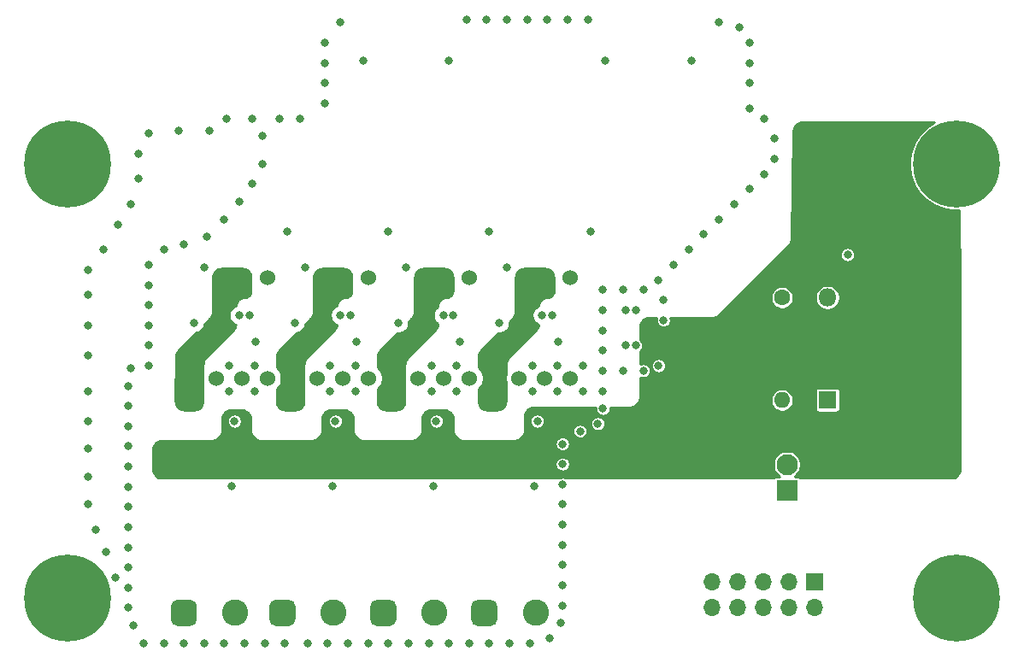
<source format=gbr>
G04 #@! TF.GenerationSoftware,KiCad,Pcbnew,5.1.6-c6e7f7d~87~ubuntu18.04.1*
G04 #@! TF.CreationDate,2021-01-06T16:55:31+00:00*
G04 #@! TF.ProjectId,multi-smtpa_linear,6d756c74-692d-4736-9d74-70615f6c696e,rev?*
G04 #@! TF.SameCoordinates,Original*
G04 #@! TF.FileFunction,Copper,L3,Inr*
G04 #@! TF.FilePolarity,Positive*
%FSLAX46Y46*%
G04 Gerber Fmt 4.6, Leading zero omitted, Abs format (unit mm)*
G04 Created by KiCad (PCBNEW 5.1.6-c6e7f7d~87~ubuntu18.04.1) date 2021-01-06 16:55:31*
%MOMM*%
%LPD*%
G01*
G04 APERTURE LIST*
G04 #@! TA.AperFunction,ViaPad*
%ADD10C,1.524000*%
G04 #@! TD*
G04 #@! TA.AperFunction,ViaPad*
%ADD11O,1.700000X1.700000*%
G04 #@! TD*
G04 #@! TA.AperFunction,ViaPad*
%ADD12R,1.700000X1.700000*%
G04 #@! TD*
G04 #@! TA.AperFunction,ViaPad*
%ADD13O,1.600000X1.600000*%
G04 #@! TD*
G04 #@! TA.AperFunction,ViaPad*
%ADD14C,1.600000*%
G04 #@! TD*
G04 #@! TA.AperFunction,ViaPad*
%ADD15C,2.600000*%
G04 #@! TD*
G04 #@! TA.AperFunction,ViaPad*
%ADD16C,0.900000*%
G04 #@! TD*
G04 #@! TA.AperFunction,ViaPad*
%ADD17C,8.600000*%
G04 #@! TD*
G04 #@! TA.AperFunction,ViaPad*
%ADD18C,2.100000*%
G04 #@! TD*
G04 #@! TA.AperFunction,ViaPad*
%ADD19R,2.100000X2.100000*%
G04 #@! TD*
G04 #@! TA.AperFunction,ViaPad*
%ADD20O,1.800000X1.800000*%
G04 #@! TD*
G04 #@! TA.AperFunction,ViaPad*
%ADD21R,1.800000X1.800000*%
G04 #@! TD*
G04 #@! TA.AperFunction,ViaPad*
%ADD22C,0.800000*%
G04 #@! TD*
G04 #@! TA.AperFunction,Conductor*
%ADD23C,0.254000*%
G04 #@! TD*
G04 APERTURE END LIST*
D10*
X155790000Y-67250000D03*
X153250000Y-67250000D03*
X155790000Y-77250000D03*
X153250000Y-77250000D03*
X150710000Y-77250000D03*
X145790000Y-67250000D03*
X143250000Y-67250000D03*
X145790000Y-77250000D03*
X143250000Y-77250000D03*
X140710000Y-77250000D03*
X135790000Y-67250000D03*
X133250000Y-67250000D03*
X135790000Y-77250000D03*
X133250000Y-77250000D03*
X130710000Y-77250000D03*
X125790000Y-67250000D03*
X123250000Y-67250000D03*
X125790000Y-77250000D03*
X123250000Y-77250000D03*
X120710000Y-77250000D03*
D11*
X169840000Y-100000000D03*
X169840000Y-97460000D03*
X172380000Y-100000000D03*
X172380000Y-97460000D03*
X174920000Y-100000000D03*
X174920000Y-97460000D03*
X177460000Y-100000000D03*
X177460000Y-97460000D03*
X180000000Y-100000000D03*
D12*
X180000000Y-97460000D03*
D13*
X176750000Y-79410000D03*
D14*
X176750000Y-69250000D03*
G04 #@! TA.AperFunction,ViaPad*
G36*
G01*
X145950000Y-101150000D02*
X145950000Y-99850000D01*
G75*
G02*
X146600000Y-99200000I650000J0D01*
G01*
X147900000Y-99200000D01*
G75*
G02*
X148550000Y-99850000I0J-650000D01*
G01*
X148550000Y-101150000D01*
G75*
G02*
X147900000Y-101800000I-650000J0D01*
G01*
X146600000Y-101800000D01*
G75*
G02*
X145950000Y-101150000I0J650000D01*
G01*
G37*
G04 #@! TD.AperFunction*
D15*
X152330000Y-100500000D03*
G04 #@! TA.AperFunction,ViaPad*
G36*
G01*
X135950000Y-101150000D02*
X135950000Y-99850000D01*
G75*
G02*
X136600000Y-99200000I650000J0D01*
G01*
X137900000Y-99200000D01*
G75*
G02*
X138550000Y-99850000I0J-650000D01*
G01*
X138550000Y-101150000D01*
G75*
G02*
X137900000Y-101800000I-650000J0D01*
G01*
X136600000Y-101800000D01*
G75*
G02*
X135950000Y-101150000I0J650000D01*
G01*
G37*
G04 #@! TD.AperFunction*
X142330000Y-100500000D03*
G04 #@! TA.AperFunction,ViaPad*
G36*
G01*
X125950000Y-101150000D02*
X125950000Y-99850000D01*
G75*
G02*
X126600000Y-99200000I650000J0D01*
G01*
X127900000Y-99200000D01*
G75*
G02*
X128550000Y-99850000I0J-650000D01*
G01*
X128550000Y-101150000D01*
G75*
G02*
X127900000Y-101800000I-650000J0D01*
G01*
X126600000Y-101800000D01*
G75*
G02*
X125950000Y-101150000I0J650000D01*
G01*
G37*
G04 #@! TD.AperFunction*
X132330000Y-100500000D03*
G04 #@! TA.AperFunction,ViaPad*
G36*
G01*
X116200000Y-101150000D02*
X116200000Y-99850000D01*
G75*
G02*
X116850000Y-99200000I650000J0D01*
G01*
X118150000Y-99200000D01*
G75*
G02*
X118800000Y-99850000I0J-650000D01*
G01*
X118800000Y-101150000D01*
G75*
G02*
X118150000Y-101800000I-650000J0D01*
G01*
X116850000Y-101800000D01*
G75*
G02*
X116200000Y-101150000I0J650000D01*
G01*
G37*
G04 #@! TD.AperFunction*
X122580000Y-100500000D03*
D16*
X108280419Y-53719581D03*
X106000000Y-52775000D03*
X103719581Y-53719581D03*
X102775000Y-56000000D03*
X103719581Y-58280419D03*
X106000000Y-59225000D03*
X108280419Y-58280419D03*
X109225000Y-56000000D03*
D17*
X106000000Y-56000000D03*
D16*
X196280419Y-53719581D03*
X194000000Y-52775000D03*
X191719581Y-53719581D03*
X190775000Y-56000000D03*
X191719581Y-58280419D03*
X194000000Y-59225000D03*
X196280419Y-58280419D03*
X197225000Y-56000000D03*
D17*
X194000000Y-56000000D03*
D16*
X108280419Y-96719581D03*
X106000000Y-95775000D03*
X103719581Y-96719581D03*
X102775000Y-99000000D03*
X103719581Y-101280419D03*
X106000000Y-102225000D03*
X108280419Y-101280419D03*
X109225000Y-99000000D03*
D17*
X106000000Y-99000000D03*
D16*
X196280419Y-96719581D03*
X194000000Y-95775000D03*
X191719581Y-96719581D03*
X190775000Y-99000000D03*
X191719581Y-101280419D03*
X194000000Y-102225000D03*
X196280419Y-101280419D03*
X197225000Y-99000000D03*
D17*
X194000000Y-99000000D03*
D18*
X177250000Y-85810000D03*
D19*
X177250000Y-88350000D03*
D20*
X181250000Y-69250000D03*
D21*
X181250000Y-79410000D03*
D22*
X159000000Y-74500000D03*
X159000000Y-76500000D03*
X159000000Y-78500000D03*
X159000000Y-72500000D03*
X155000000Y-85750000D03*
X155000000Y-83750000D03*
X155000000Y-97750000D03*
X155000000Y-93750000D03*
X155000000Y-99750000D03*
X154800000Y-101500000D03*
X155000000Y-95750000D03*
X155000000Y-91750000D03*
X155000000Y-87750000D03*
X155000000Y-89750000D03*
X149750000Y-103500000D03*
X153700000Y-103000000D03*
X147750000Y-103500000D03*
X145750000Y-103500000D03*
X151750000Y-103500000D03*
X133750000Y-103500000D03*
X137750000Y-103500000D03*
X131750000Y-103500000D03*
X129750000Y-103500000D03*
X135750000Y-103500000D03*
X139750000Y-103500000D03*
X143750000Y-103500000D03*
X141750000Y-103500000D03*
X123500000Y-103500000D03*
X121500000Y-103500000D03*
X119500000Y-103500000D03*
X117500000Y-103500000D03*
X113500000Y-103500000D03*
X115500000Y-103500000D03*
X112000000Y-100000000D03*
X114000000Y-53000000D03*
X132200000Y-87900000D03*
X142200000Y-87900000D03*
X152200000Y-87900000D03*
X127750000Y-62750000D03*
X137750000Y-62750000D03*
X147750000Y-62750000D03*
X157750000Y-62750000D03*
X119500000Y-66250000D03*
X118500000Y-71750000D03*
X149500000Y-66250000D03*
X148750000Y-71750000D03*
X139500000Y-66250000D03*
X138750000Y-71750000D03*
X128500000Y-71750000D03*
X129500000Y-66250000D03*
X183250000Y-65000000D03*
X155500000Y-41750000D03*
X153500000Y-41750000D03*
X151500000Y-41750000D03*
X149500000Y-41750000D03*
X145500000Y-41750000D03*
X147500000Y-41750000D03*
X124000000Y-71000000D03*
X123000000Y-71000000D03*
X133000000Y-71000000D03*
X134000000Y-71000000D03*
X143200000Y-71000000D03*
X144200000Y-71000000D03*
X153000000Y-71000000D03*
X154000000Y-71000000D03*
X122200000Y-87900000D03*
X124600000Y-73600000D03*
X134600000Y-73600000D03*
X144800000Y-73600000D03*
X154600000Y-73600000D03*
X112000000Y-98000000D03*
X112000000Y-96000000D03*
X112000000Y-94000000D03*
X112000000Y-92000000D03*
X112000000Y-90000000D03*
X112000000Y-88000000D03*
X112000000Y-86000000D03*
X112000000Y-84000000D03*
X112000000Y-82000000D03*
X112000000Y-80000000D03*
X112000000Y-78000000D03*
X112250000Y-76250000D03*
X114000000Y-76000000D03*
X114000000Y-74000000D03*
X114000000Y-72000000D03*
X114000000Y-70000000D03*
X114000000Y-68000000D03*
X114000000Y-66000000D03*
X115500000Y-64500000D03*
X117500000Y-64000000D03*
X125250000Y-53200000D03*
X124250000Y-51500000D03*
X120000000Y-52750000D03*
X117000000Y-52750000D03*
X113000000Y-55000000D03*
X113000000Y-57500000D03*
X112250000Y-60000000D03*
X111000000Y-62000000D03*
X109500000Y-64500000D03*
X108000000Y-66500000D03*
X154500000Y-76000000D03*
X157000000Y-78500000D03*
X154500000Y-78500000D03*
X157000000Y-76000000D03*
X152000000Y-76000000D03*
X152000000Y-78500000D03*
X142000000Y-78500000D03*
X144500000Y-78500000D03*
X144500000Y-76000000D03*
X142000000Y-76000000D03*
X132000000Y-78500000D03*
X134500000Y-78500000D03*
X134500000Y-76000000D03*
X132000000Y-76000000D03*
X122000000Y-78500000D03*
X124500000Y-78500000D03*
X124500000Y-76000000D03*
X122000000Y-76000000D03*
X108000000Y-69000000D03*
X110750000Y-97000000D03*
X109750000Y-94500000D03*
X108750000Y-92250000D03*
X108000000Y-89750000D03*
X108000000Y-87000000D03*
X108000000Y-84250000D03*
X108000000Y-81500000D03*
X108000000Y-78500000D03*
X108000000Y-75000000D03*
X108000000Y-72000000D03*
X125500000Y-103500000D03*
X127500000Y-103500000D03*
X112500000Y-101750000D03*
X156750000Y-82500000D03*
X158500000Y-81750000D03*
X159000000Y-80250000D03*
X159250000Y-45750000D03*
X167750000Y-45750000D03*
X157500000Y-41750000D03*
X143750000Y-45750000D03*
X135250000Y-45750000D03*
X119750000Y-63250000D03*
X121500000Y-61500000D03*
X125300000Y-56000000D03*
X124250000Y-58000000D03*
X123000000Y-59750000D03*
X121750000Y-51500000D03*
X159000000Y-70500000D03*
X159000000Y-68500000D03*
X161000000Y-68500000D03*
X163000000Y-68500000D03*
X164500000Y-67500000D03*
X166000000Y-66000000D03*
X167500000Y-64500000D03*
X169000000Y-63000000D03*
X170500000Y-61500000D03*
X172000000Y-60000000D03*
X173500000Y-58500000D03*
X175000000Y-57000000D03*
X176000000Y-55500000D03*
X176000000Y-53500000D03*
X175000000Y-51500000D03*
X165000000Y-69500000D03*
X165000000Y-71500000D03*
X161000000Y-76500000D03*
X163000000Y-76500000D03*
X164500000Y-76000000D03*
X122500000Y-81500000D03*
X132500000Y-81500000D03*
X142500000Y-81500000D03*
X152500000Y-81500000D03*
X127000000Y-51500000D03*
X129000000Y-51500000D03*
X131500000Y-50000000D03*
X131500000Y-48000000D03*
X131500000Y-46000000D03*
X131500000Y-44000000D03*
X133000000Y-42000000D03*
X173500000Y-50500000D03*
X173500000Y-48000000D03*
X173500000Y-46000000D03*
X173500000Y-44000000D03*
X172500000Y-42500000D03*
X170500000Y-42000000D03*
X185000000Y-75750000D03*
X186000000Y-75750000D03*
X184250000Y-76250000D03*
X186750000Y-76250000D03*
X122500000Y-86000000D03*
X132500000Y-86000000D03*
X142500000Y-86000000D03*
X152500000Y-86000000D03*
X127571500Y-79794100D03*
X128841500Y-79794100D03*
X147561300Y-79794100D03*
X148831300Y-79794100D03*
X118821200Y-79794100D03*
X117563900Y-79794100D03*
X137553700Y-79806800D03*
X138849100Y-79806800D03*
X161250000Y-74000000D03*
X161250000Y-70500000D03*
X162250000Y-70500000D03*
X162250000Y-74000000D03*
D23*
G36*
X191808294Y-51899606D02*
G01*
X191050459Y-52405974D01*
X190405974Y-53050459D01*
X189899606Y-53808294D01*
X189550813Y-54650354D01*
X189373000Y-55544280D01*
X189373000Y-56455720D01*
X189550813Y-57349646D01*
X189899606Y-58191706D01*
X190405974Y-58949541D01*
X191050459Y-59594026D01*
X191808294Y-60100394D01*
X192650354Y-60449187D01*
X193544280Y-60627000D01*
X194258952Y-60627000D01*
X194372891Y-68065825D01*
X194373000Y-68080104D01*
X194373000Y-86243766D01*
X194355624Y-86420189D01*
X194305978Y-86583850D01*
X194225362Y-86734672D01*
X194116870Y-86866870D01*
X193984672Y-86975362D01*
X193833850Y-87055978D01*
X193670189Y-87105624D01*
X193493766Y-87123000D01*
X178576173Y-87123000D01*
X178573206Y-87117450D01*
X178532343Y-87067657D01*
X178482550Y-87026794D01*
X178425743Y-86996430D01*
X178364103Y-86977732D01*
X178300000Y-86971418D01*
X177990350Y-86971418D01*
X178127787Y-86879586D01*
X178319586Y-86687787D01*
X178470282Y-86462254D01*
X178574083Y-86211656D01*
X178627000Y-85945623D01*
X178627000Y-85674377D01*
X178574083Y-85408344D01*
X178470282Y-85157746D01*
X178319586Y-84932213D01*
X178127787Y-84740414D01*
X177902254Y-84589718D01*
X177651656Y-84485917D01*
X177385623Y-84433000D01*
X177114377Y-84433000D01*
X176848344Y-84485917D01*
X176597746Y-84589718D01*
X176372213Y-84740414D01*
X176180414Y-84932213D01*
X176029718Y-85157746D01*
X175925917Y-85408344D01*
X175873000Y-85674377D01*
X175873000Y-85945623D01*
X175925917Y-86211656D01*
X176029718Y-86462254D01*
X176180414Y-86687787D01*
X176372213Y-86879586D01*
X176509650Y-86971418D01*
X176200000Y-86971418D01*
X176135897Y-86977732D01*
X176074257Y-86996430D01*
X176017450Y-87026794D01*
X175967657Y-87067657D01*
X175926794Y-87117450D01*
X175923827Y-87123000D01*
X155370194Y-87123000D01*
X155344364Y-87105741D01*
X155212058Y-87050938D01*
X155071603Y-87023000D01*
X154928397Y-87023000D01*
X154787942Y-87050938D01*
X154655636Y-87105741D01*
X154629806Y-87123000D01*
X115306234Y-87123000D01*
X115129811Y-87105624D01*
X114966150Y-87055978D01*
X114815328Y-86975362D01*
X114683130Y-86866870D01*
X114574638Y-86734672D01*
X114494022Y-86583850D01*
X114444376Y-86420189D01*
X114427000Y-86243766D01*
X114427000Y-85678397D01*
X154273000Y-85678397D01*
X154273000Y-85821603D01*
X154300938Y-85962058D01*
X154355741Y-86094364D01*
X154435302Y-86213436D01*
X154536564Y-86314698D01*
X154655636Y-86394259D01*
X154787942Y-86449062D01*
X154928397Y-86477000D01*
X155071603Y-86477000D01*
X155212058Y-86449062D01*
X155344364Y-86394259D01*
X155463436Y-86314698D01*
X155564698Y-86213436D01*
X155644259Y-86094364D01*
X155699062Y-85962058D01*
X155727000Y-85821603D01*
X155727000Y-85678397D01*
X155699062Y-85537942D01*
X155644259Y-85405636D01*
X155564698Y-85286564D01*
X155463436Y-85185302D01*
X155344364Y-85105741D01*
X155212058Y-85050938D01*
X155071603Y-85023000D01*
X154928397Y-85023000D01*
X154787942Y-85050938D01*
X154655636Y-85105741D01*
X154536564Y-85185302D01*
X154435302Y-85286564D01*
X154355741Y-85405636D01*
X154300938Y-85537942D01*
X154273000Y-85678397D01*
X114427000Y-85678397D01*
X114427000Y-84318234D01*
X114444376Y-84141811D01*
X114494022Y-83978150D01*
X114574638Y-83827328D01*
X114683130Y-83695130D01*
X114703519Y-83678397D01*
X154273000Y-83678397D01*
X154273000Y-83821603D01*
X154300938Y-83962058D01*
X154355741Y-84094364D01*
X154435302Y-84213436D01*
X154536564Y-84314698D01*
X154655636Y-84394259D01*
X154787942Y-84449062D01*
X154928397Y-84477000D01*
X155071603Y-84477000D01*
X155212058Y-84449062D01*
X155344364Y-84394259D01*
X155463436Y-84314698D01*
X155564698Y-84213436D01*
X155644259Y-84094364D01*
X155699062Y-83962058D01*
X155727000Y-83821603D01*
X155727000Y-83678397D01*
X155699062Y-83537942D01*
X155644259Y-83405636D01*
X155564698Y-83286564D01*
X155463436Y-83185302D01*
X155344364Y-83105741D01*
X155212058Y-83050938D01*
X155071603Y-83023000D01*
X154928397Y-83023000D01*
X154787942Y-83050938D01*
X154655636Y-83105741D01*
X154536564Y-83185302D01*
X154435302Y-83286564D01*
X154355741Y-83405636D01*
X154300938Y-83537942D01*
X154273000Y-83678397D01*
X114703519Y-83678397D01*
X114815328Y-83586638D01*
X114966150Y-83506022D01*
X115129811Y-83456376D01*
X115306234Y-83439000D01*
X120158000Y-83439000D01*
X120170448Y-83438388D01*
X120365538Y-83419173D01*
X120389956Y-83414317D01*
X120577549Y-83357412D01*
X120600550Y-83347884D01*
X120773437Y-83255474D01*
X120794138Y-83241642D01*
X120945675Y-83117279D01*
X120963279Y-83099675D01*
X121087642Y-82948138D01*
X121101474Y-82927437D01*
X121193884Y-82754550D01*
X121203412Y-82731549D01*
X121260317Y-82543956D01*
X121265173Y-82519538D01*
X121284388Y-82324448D01*
X121285000Y-82312000D01*
X121285000Y-81428397D01*
X121773000Y-81428397D01*
X121773000Y-81571603D01*
X121800938Y-81712058D01*
X121855741Y-81844364D01*
X121935302Y-81963436D01*
X122036564Y-82064698D01*
X122155636Y-82144259D01*
X122287942Y-82199062D01*
X122428397Y-82227000D01*
X122571603Y-82227000D01*
X122712058Y-82199062D01*
X122844364Y-82144259D01*
X122963436Y-82064698D01*
X123064698Y-81963436D01*
X123144259Y-81844364D01*
X123199062Y-81712058D01*
X123227000Y-81571603D01*
X123227000Y-81428397D01*
X123199062Y-81287942D01*
X123144259Y-81155636D01*
X123064698Y-81036564D01*
X122963436Y-80935302D01*
X122844364Y-80855741D01*
X122712058Y-80800938D01*
X122571603Y-80773000D01*
X122428397Y-80773000D01*
X122287942Y-80800938D01*
X122155636Y-80855741D01*
X122036564Y-80935302D01*
X121935302Y-81036564D01*
X121855741Y-81155636D01*
X121800938Y-81287942D01*
X121773000Y-81428397D01*
X121285000Y-81428397D01*
X121285000Y-81270234D01*
X121302376Y-81093811D01*
X121352022Y-80930150D01*
X121432638Y-80779328D01*
X121541130Y-80647130D01*
X121673328Y-80538638D01*
X121824150Y-80458022D01*
X121987811Y-80408376D01*
X122164234Y-80391000D01*
X123199766Y-80391000D01*
X123376189Y-80408376D01*
X123539850Y-80458022D01*
X123690672Y-80538638D01*
X123822870Y-80647130D01*
X123931362Y-80779328D01*
X124011978Y-80930150D01*
X124061624Y-81093811D01*
X124079000Y-81270234D01*
X124079000Y-82312000D01*
X124079612Y-82324448D01*
X124098827Y-82519538D01*
X124103683Y-82543956D01*
X124160588Y-82731549D01*
X124170116Y-82754550D01*
X124262526Y-82927437D01*
X124276358Y-82948138D01*
X124400721Y-83099675D01*
X124418325Y-83117279D01*
X124569862Y-83241642D01*
X124590563Y-83255474D01*
X124763450Y-83347884D01*
X124786451Y-83357412D01*
X124974044Y-83414317D01*
X124998462Y-83419173D01*
X125193552Y-83438388D01*
X125206000Y-83439000D01*
X130064000Y-83439000D01*
X130076448Y-83438388D01*
X130271538Y-83419173D01*
X130295956Y-83414317D01*
X130483549Y-83357412D01*
X130506550Y-83347884D01*
X130679437Y-83255474D01*
X130700138Y-83241642D01*
X130851675Y-83117279D01*
X130869279Y-83099675D01*
X130993642Y-82948138D01*
X131007474Y-82927437D01*
X131099884Y-82754550D01*
X131109412Y-82731549D01*
X131166317Y-82543956D01*
X131171173Y-82519538D01*
X131190388Y-82324448D01*
X131191000Y-82312000D01*
X131191000Y-81428397D01*
X131773000Y-81428397D01*
X131773000Y-81571603D01*
X131800938Y-81712058D01*
X131855741Y-81844364D01*
X131935302Y-81963436D01*
X132036564Y-82064698D01*
X132155636Y-82144259D01*
X132287942Y-82199062D01*
X132428397Y-82227000D01*
X132571603Y-82227000D01*
X132712058Y-82199062D01*
X132844364Y-82144259D01*
X132963436Y-82064698D01*
X133064698Y-81963436D01*
X133144259Y-81844364D01*
X133199062Y-81712058D01*
X133227000Y-81571603D01*
X133227000Y-81428397D01*
X133199062Y-81287942D01*
X133144259Y-81155636D01*
X133064698Y-81036564D01*
X132963436Y-80935302D01*
X132844364Y-80855741D01*
X132712058Y-80800938D01*
X132571603Y-80773000D01*
X132428397Y-80773000D01*
X132287942Y-80800938D01*
X132155636Y-80855741D01*
X132036564Y-80935302D01*
X131935302Y-81036564D01*
X131855741Y-81155636D01*
X131800938Y-81287942D01*
X131773000Y-81428397D01*
X131191000Y-81428397D01*
X131191000Y-81270234D01*
X131208376Y-81093811D01*
X131258022Y-80930150D01*
X131338638Y-80779328D01*
X131447130Y-80647130D01*
X131579328Y-80538638D01*
X131730150Y-80458022D01*
X131893811Y-80408376D01*
X132070234Y-80391000D01*
X133359766Y-80391000D01*
X133536189Y-80408376D01*
X133699850Y-80458022D01*
X133850672Y-80538638D01*
X133982870Y-80647130D01*
X134091362Y-80779328D01*
X134171978Y-80930150D01*
X134221624Y-81093811D01*
X134239000Y-81270234D01*
X134239000Y-82312000D01*
X134239612Y-82324448D01*
X134258827Y-82519538D01*
X134263683Y-82543956D01*
X134320588Y-82731549D01*
X134330116Y-82754550D01*
X134422526Y-82927437D01*
X134436358Y-82948138D01*
X134560721Y-83099675D01*
X134578325Y-83117279D01*
X134729862Y-83241642D01*
X134750563Y-83255474D01*
X134923450Y-83347884D01*
X134946451Y-83357412D01*
X135134044Y-83414317D01*
X135158462Y-83419173D01*
X135353552Y-83438388D01*
X135366000Y-83439000D01*
X139970000Y-83439000D01*
X139982448Y-83438388D01*
X140177538Y-83419173D01*
X140201956Y-83414317D01*
X140389549Y-83357412D01*
X140412550Y-83347884D01*
X140585437Y-83255474D01*
X140606138Y-83241642D01*
X140757675Y-83117279D01*
X140775279Y-83099675D01*
X140899642Y-82948138D01*
X140913474Y-82927437D01*
X141005884Y-82754550D01*
X141015412Y-82731549D01*
X141072317Y-82543956D01*
X141077173Y-82519538D01*
X141096388Y-82324448D01*
X141097000Y-82312000D01*
X141097000Y-81428397D01*
X141773000Y-81428397D01*
X141773000Y-81571603D01*
X141800938Y-81712058D01*
X141855741Y-81844364D01*
X141935302Y-81963436D01*
X142036564Y-82064698D01*
X142155636Y-82144259D01*
X142287942Y-82199062D01*
X142428397Y-82227000D01*
X142571603Y-82227000D01*
X142712058Y-82199062D01*
X142844364Y-82144259D01*
X142963436Y-82064698D01*
X143064698Y-81963436D01*
X143144259Y-81844364D01*
X143199062Y-81712058D01*
X143227000Y-81571603D01*
X143227000Y-81428397D01*
X143199062Y-81287942D01*
X143144259Y-81155636D01*
X143064698Y-81036564D01*
X142963436Y-80935302D01*
X142844364Y-80855741D01*
X142712058Y-80800938D01*
X142571603Y-80773000D01*
X142428397Y-80773000D01*
X142287942Y-80800938D01*
X142155636Y-80855741D01*
X142036564Y-80935302D01*
X141935302Y-81036564D01*
X141855741Y-81155636D01*
X141800938Y-81287942D01*
X141773000Y-81428397D01*
X141097000Y-81428397D01*
X141097000Y-81270234D01*
X141114376Y-81093811D01*
X141164022Y-80930150D01*
X141244638Y-80779328D01*
X141353130Y-80647130D01*
X141485328Y-80538638D01*
X141636150Y-80458022D01*
X141799811Y-80408376D01*
X141976234Y-80391000D01*
X143265766Y-80391000D01*
X143442189Y-80408376D01*
X143605850Y-80458022D01*
X143756672Y-80538638D01*
X143888870Y-80647130D01*
X143997362Y-80779328D01*
X144077978Y-80930150D01*
X144127624Y-81093811D01*
X144145000Y-81270234D01*
X144145000Y-82312000D01*
X144145612Y-82324448D01*
X144164827Y-82519538D01*
X144169683Y-82543956D01*
X144226588Y-82731549D01*
X144236116Y-82754550D01*
X144328526Y-82927437D01*
X144342358Y-82948138D01*
X144466721Y-83099675D01*
X144484325Y-83117279D01*
X144635862Y-83241642D01*
X144656563Y-83255474D01*
X144829450Y-83347884D01*
X144852451Y-83357412D01*
X145040044Y-83414317D01*
X145064462Y-83419173D01*
X145259552Y-83438388D01*
X145272000Y-83439000D01*
X150130000Y-83439000D01*
X150142448Y-83438388D01*
X150337538Y-83419173D01*
X150361956Y-83414317D01*
X150549549Y-83357412D01*
X150572550Y-83347884D01*
X150745437Y-83255474D01*
X150766138Y-83241642D01*
X150917675Y-83117279D01*
X150935279Y-83099675D01*
X151059642Y-82948138D01*
X151073474Y-82927437D01*
X151165884Y-82754550D01*
X151175412Y-82731549D01*
X151232317Y-82543956D01*
X151237173Y-82519538D01*
X151246149Y-82428397D01*
X156023000Y-82428397D01*
X156023000Y-82571603D01*
X156050938Y-82712058D01*
X156105741Y-82844364D01*
X156185302Y-82963436D01*
X156286564Y-83064698D01*
X156405636Y-83144259D01*
X156537942Y-83199062D01*
X156678397Y-83227000D01*
X156821603Y-83227000D01*
X156962058Y-83199062D01*
X157094364Y-83144259D01*
X157213436Y-83064698D01*
X157314698Y-82963436D01*
X157394259Y-82844364D01*
X157449062Y-82712058D01*
X157477000Y-82571603D01*
X157477000Y-82428397D01*
X157449062Y-82287942D01*
X157394259Y-82155636D01*
X157314698Y-82036564D01*
X157213436Y-81935302D01*
X157094364Y-81855741D01*
X156962058Y-81800938D01*
X156821603Y-81773000D01*
X156678397Y-81773000D01*
X156537942Y-81800938D01*
X156405636Y-81855741D01*
X156286564Y-81935302D01*
X156185302Y-82036564D01*
X156105741Y-82155636D01*
X156050938Y-82287942D01*
X156023000Y-82428397D01*
X151246149Y-82428397D01*
X151256388Y-82324448D01*
X151257000Y-82312000D01*
X151257000Y-81428397D01*
X151773000Y-81428397D01*
X151773000Y-81571603D01*
X151800938Y-81712058D01*
X151855741Y-81844364D01*
X151935302Y-81963436D01*
X152036564Y-82064698D01*
X152155636Y-82144259D01*
X152287942Y-82199062D01*
X152428397Y-82227000D01*
X152571603Y-82227000D01*
X152712058Y-82199062D01*
X152844364Y-82144259D01*
X152963436Y-82064698D01*
X153064698Y-81963436D01*
X153144259Y-81844364D01*
X153199062Y-81712058D01*
X153205757Y-81678397D01*
X157773000Y-81678397D01*
X157773000Y-81821603D01*
X157800938Y-81962058D01*
X157855741Y-82094364D01*
X157935302Y-82213436D01*
X158036564Y-82314698D01*
X158155636Y-82394259D01*
X158287942Y-82449062D01*
X158428397Y-82477000D01*
X158571603Y-82477000D01*
X158712058Y-82449062D01*
X158844364Y-82394259D01*
X158963436Y-82314698D01*
X159064698Y-82213436D01*
X159144259Y-82094364D01*
X159199062Y-81962058D01*
X159227000Y-81821603D01*
X159227000Y-81678397D01*
X159199062Y-81537942D01*
X159144259Y-81405636D01*
X159064698Y-81286564D01*
X158963436Y-81185302D01*
X158844364Y-81105741D01*
X158712058Y-81050938D01*
X158571603Y-81023000D01*
X158428397Y-81023000D01*
X158287942Y-81050938D01*
X158155636Y-81105741D01*
X158036564Y-81185302D01*
X157935302Y-81286564D01*
X157855741Y-81405636D01*
X157800938Y-81537942D01*
X157773000Y-81678397D01*
X153205757Y-81678397D01*
X153227000Y-81571603D01*
X153227000Y-81428397D01*
X153199062Y-81287942D01*
X153144259Y-81155636D01*
X153064698Y-81036564D01*
X152963436Y-80935302D01*
X152844364Y-80855741D01*
X152712058Y-80800938D01*
X152571603Y-80773000D01*
X152428397Y-80773000D01*
X152287942Y-80800938D01*
X152155636Y-80855741D01*
X152036564Y-80935302D01*
X151935302Y-81036564D01*
X151855741Y-81155636D01*
X151800938Y-81287942D01*
X151773000Y-81428397D01*
X151257000Y-81428397D01*
X151257000Y-81016234D01*
X151274376Y-80839811D01*
X151324022Y-80676150D01*
X151404638Y-80525328D01*
X151513130Y-80393130D01*
X151645328Y-80284638D01*
X151796150Y-80204022D01*
X151959811Y-80154376D01*
X152136234Y-80137000D01*
X158281234Y-80137000D01*
X158273000Y-80178397D01*
X158273000Y-80321603D01*
X158300938Y-80462058D01*
X158355741Y-80594364D01*
X158435302Y-80713436D01*
X158536564Y-80814698D01*
X158655636Y-80894259D01*
X158787942Y-80949062D01*
X158928397Y-80977000D01*
X159071603Y-80977000D01*
X159212058Y-80949062D01*
X159344364Y-80894259D01*
X159463436Y-80814698D01*
X159564698Y-80713436D01*
X159644259Y-80594364D01*
X159699062Y-80462058D01*
X159727000Y-80321603D01*
X159727000Y-80178397D01*
X159718766Y-80137000D01*
X161560000Y-80137000D01*
X161572448Y-80136388D01*
X161767538Y-80117173D01*
X161791956Y-80112317D01*
X161979549Y-80055412D01*
X162002550Y-80045884D01*
X162175437Y-79953474D01*
X162196138Y-79939642D01*
X162347675Y-79815279D01*
X162365279Y-79797675D01*
X162489642Y-79646138D01*
X162503474Y-79625437D01*
X162595884Y-79452550D01*
X162605412Y-79429549D01*
X162645013Y-79299000D01*
X175623000Y-79299000D01*
X175623000Y-79521000D01*
X175666310Y-79738734D01*
X175751266Y-79943835D01*
X175874602Y-80128421D01*
X176031579Y-80285398D01*
X176216165Y-80408734D01*
X176421266Y-80493690D01*
X176639000Y-80537000D01*
X176861000Y-80537000D01*
X177078734Y-80493690D01*
X177283835Y-80408734D01*
X177468421Y-80285398D01*
X177625398Y-80128421D01*
X177748734Y-79943835D01*
X177833690Y-79738734D01*
X177877000Y-79521000D01*
X177877000Y-79299000D01*
X177833690Y-79081266D01*
X177748734Y-78876165D01*
X177625398Y-78691579D01*
X177468421Y-78534602D01*
X177431602Y-78510000D01*
X180021418Y-78510000D01*
X180021418Y-80310000D01*
X180027732Y-80374103D01*
X180046430Y-80435743D01*
X180076794Y-80492550D01*
X180117657Y-80542343D01*
X180167450Y-80583206D01*
X180224257Y-80613570D01*
X180285897Y-80632268D01*
X180350000Y-80638582D01*
X182150000Y-80638582D01*
X182214103Y-80632268D01*
X182275743Y-80613570D01*
X182332550Y-80583206D01*
X182382343Y-80542343D01*
X182423206Y-80492550D01*
X182453570Y-80435743D01*
X182472268Y-80374103D01*
X182478582Y-80310000D01*
X182478582Y-78510000D01*
X182472268Y-78445897D01*
X182453570Y-78384257D01*
X182423206Y-78327450D01*
X182382343Y-78277657D01*
X182332550Y-78236794D01*
X182275743Y-78206430D01*
X182214103Y-78187732D01*
X182150000Y-78181418D01*
X180350000Y-78181418D01*
X180285897Y-78187732D01*
X180224257Y-78206430D01*
X180167450Y-78236794D01*
X180117657Y-78277657D01*
X180076794Y-78327450D01*
X180046430Y-78384257D01*
X180027732Y-78445897D01*
X180021418Y-78510000D01*
X177431602Y-78510000D01*
X177283835Y-78411266D01*
X177078734Y-78326310D01*
X176861000Y-78283000D01*
X176639000Y-78283000D01*
X176421266Y-78326310D01*
X176216165Y-78411266D01*
X176031579Y-78534602D01*
X175874602Y-78691579D01*
X175751266Y-78876165D01*
X175666310Y-79081266D01*
X175623000Y-79299000D01*
X162645013Y-79299000D01*
X162662317Y-79241956D01*
X162667173Y-79217538D01*
X162686388Y-79022448D01*
X162687000Y-79010000D01*
X162687000Y-77157250D01*
X162787942Y-77199062D01*
X162928397Y-77227000D01*
X163071603Y-77227000D01*
X163212058Y-77199062D01*
X163344364Y-77144259D01*
X163463436Y-77064698D01*
X163564698Y-76963436D01*
X163644259Y-76844364D01*
X163699062Y-76712058D01*
X163727000Y-76571603D01*
X163727000Y-76428397D01*
X163699062Y-76287942D01*
X163644259Y-76155636D01*
X163564698Y-76036564D01*
X163463436Y-75935302D01*
X163453102Y-75928397D01*
X163773000Y-75928397D01*
X163773000Y-76071603D01*
X163800938Y-76212058D01*
X163855741Y-76344364D01*
X163935302Y-76463436D01*
X164036564Y-76564698D01*
X164155636Y-76644259D01*
X164287942Y-76699062D01*
X164428397Y-76727000D01*
X164571603Y-76727000D01*
X164712058Y-76699062D01*
X164844364Y-76644259D01*
X164963436Y-76564698D01*
X165064698Y-76463436D01*
X165144259Y-76344364D01*
X165199062Y-76212058D01*
X165227000Y-76071603D01*
X165227000Y-75928397D01*
X165199062Y-75787942D01*
X165144259Y-75655636D01*
X165064698Y-75536564D01*
X164963436Y-75435302D01*
X164844364Y-75355741D01*
X164712058Y-75300938D01*
X164571603Y-75273000D01*
X164428397Y-75273000D01*
X164287942Y-75300938D01*
X164155636Y-75355741D01*
X164036564Y-75435302D01*
X163935302Y-75536564D01*
X163855741Y-75655636D01*
X163800938Y-75787942D01*
X163773000Y-75928397D01*
X163453102Y-75928397D01*
X163344364Y-75855741D01*
X163212058Y-75800938D01*
X163071603Y-75773000D01*
X162928397Y-75773000D01*
X162787942Y-75800938D01*
X162687000Y-75842750D01*
X162687000Y-74582362D01*
X162713436Y-74564698D01*
X162814698Y-74463436D01*
X162894259Y-74344364D01*
X162949062Y-74212058D01*
X162977000Y-74071603D01*
X162977000Y-73928397D01*
X162949062Y-73787942D01*
X162894259Y-73655636D01*
X162814698Y-73536564D01*
X162713436Y-73435302D01*
X162687000Y-73417638D01*
X162687000Y-72126234D01*
X162704376Y-71949811D01*
X162754022Y-71786150D01*
X162834638Y-71635328D01*
X162943130Y-71503130D01*
X163075328Y-71394638D01*
X163226150Y-71314022D01*
X163389811Y-71264376D01*
X163566234Y-71247000D01*
X164317897Y-71247000D01*
X164300938Y-71287942D01*
X164273000Y-71428397D01*
X164273000Y-71571603D01*
X164300938Y-71712058D01*
X164355741Y-71844364D01*
X164435302Y-71963436D01*
X164536564Y-72064698D01*
X164655636Y-72144259D01*
X164787942Y-72199062D01*
X164928397Y-72227000D01*
X165071603Y-72227000D01*
X165212058Y-72199062D01*
X165344364Y-72144259D01*
X165463436Y-72064698D01*
X165564698Y-71963436D01*
X165644259Y-71844364D01*
X165699062Y-71712058D01*
X165727000Y-71571603D01*
X165727000Y-71428397D01*
X165699062Y-71287942D01*
X165682103Y-71247000D01*
X169765786Y-71247000D01*
X169778234Y-71246388D01*
X169973325Y-71227173D01*
X169997743Y-71222317D01*
X170185336Y-71165412D01*
X170208337Y-71155884D01*
X170381224Y-71063474D01*
X170401925Y-71049642D01*
X170553461Y-70925279D01*
X170562696Y-70916910D01*
X172340606Y-69139000D01*
X175623000Y-69139000D01*
X175623000Y-69361000D01*
X175666310Y-69578734D01*
X175751266Y-69783835D01*
X175874602Y-69968421D01*
X176031579Y-70125398D01*
X176216165Y-70248734D01*
X176421266Y-70333690D01*
X176639000Y-70377000D01*
X176861000Y-70377000D01*
X177078734Y-70333690D01*
X177283835Y-70248734D01*
X177468421Y-70125398D01*
X177625398Y-69968421D01*
X177748734Y-69783835D01*
X177833690Y-69578734D01*
X177877000Y-69361000D01*
X177877000Y-69139000D01*
X177875041Y-69129151D01*
X180023000Y-69129151D01*
X180023000Y-69370849D01*
X180070153Y-69607903D01*
X180162647Y-69831202D01*
X180296927Y-70032167D01*
X180467833Y-70203073D01*
X180668798Y-70337353D01*
X180892097Y-70429847D01*
X181129151Y-70477000D01*
X181370849Y-70477000D01*
X181607903Y-70429847D01*
X181831202Y-70337353D01*
X182032167Y-70203073D01*
X182203073Y-70032167D01*
X182337353Y-69831202D01*
X182429847Y-69607903D01*
X182477000Y-69370849D01*
X182477000Y-69129151D01*
X182429847Y-68892097D01*
X182337353Y-68668798D01*
X182203073Y-68467833D01*
X182032167Y-68296927D01*
X181831202Y-68162647D01*
X181607903Y-68070153D01*
X181370849Y-68023000D01*
X181129151Y-68023000D01*
X180892097Y-68070153D01*
X180668798Y-68162647D01*
X180467833Y-68296927D01*
X180296927Y-68467833D01*
X180162647Y-68668798D01*
X180070153Y-68892097D01*
X180023000Y-69129151D01*
X177875041Y-69129151D01*
X177833690Y-68921266D01*
X177748734Y-68716165D01*
X177625398Y-68531579D01*
X177468421Y-68374602D01*
X177283835Y-68251266D01*
X177078734Y-68166310D01*
X176861000Y-68123000D01*
X176639000Y-68123000D01*
X176421266Y-68166310D01*
X176216165Y-68251266D01*
X176031579Y-68374602D01*
X175874602Y-68531579D01*
X175751266Y-68716165D01*
X175666310Y-68921266D01*
X175623000Y-69139000D01*
X172340606Y-69139000D01*
X176551209Y-64928397D01*
X182523000Y-64928397D01*
X182523000Y-65071603D01*
X182550938Y-65212058D01*
X182605741Y-65344364D01*
X182685302Y-65463436D01*
X182786564Y-65564698D01*
X182905636Y-65644259D01*
X183037942Y-65699062D01*
X183178397Y-65727000D01*
X183321603Y-65727000D01*
X183462058Y-65699062D01*
X183594364Y-65644259D01*
X183713436Y-65564698D01*
X183814698Y-65463436D01*
X183894259Y-65344364D01*
X183949062Y-65212058D01*
X183977000Y-65071603D01*
X183977000Y-64928397D01*
X183949062Y-64787942D01*
X183894259Y-64655636D01*
X183814698Y-64536564D01*
X183713436Y-64435302D01*
X183594364Y-64355741D01*
X183462058Y-64300938D01*
X183321603Y-64273000D01*
X183178397Y-64273000D01*
X183037942Y-64300938D01*
X182905636Y-64355741D01*
X182786564Y-64435302D01*
X182685302Y-64536564D01*
X182605741Y-64655636D01*
X182550938Y-64787942D01*
X182523000Y-64928397D01*
X176551209Y-64928397D01*
X177350711Y-64128895D01*
X177358890Y-64119892D01*
X177480618Y-63972279D01*
X177494213Y-63952139D01*
X177585599Y-63784045D01*
X177595109Y-63761685D01*
X177652809Y-63579264D01*
X177657887Y-63555501D01*
X177679788Y-63365429D01*
X177680600Y-63353293D01*
X177881307Y-52739661D01*
X177901564Y-52565672D01*
X177953092Y-52404748D01*
X178034670Y-52256786D01*
X178143248Y-52127316D01*
X178274745Y-52021208D01*
X178424232Y-51942437D01*
X178586093Y-51893963D01*
X178760431Y-51877000D01*
X191862870Y-51877000D01*
X191808294Y-51899606D01*
G37*
X191808294Y-51899606D02*
X191050459Y-52405974D01*
X190405974Y-53050459D01*
X189899606Y-53808294D01*
X189550813Y-54650354D01*
X189373000Y-55544280D01*
X189373000Y-56455720D01*
X189550813Y-57349646D01*
X189899606Y-58191706D01*
X190405974Y-58949541D01*
X191050459Y-59594026D01*
X191808294Y-60100394D01*
X192650354Y-60449187D01*
X193544280Y-60627000D01*
X194258952Y-60627000D01*
X194372891Y-68065825D01*
X194373000Y-68080104D01*
X194373000Y-86243766D01*
X194355624Y-86420189D01*
X194305978Y-86583850D01*
X194225362Y-86734672D01*
X194116870Y-86866870D01*
X193984672Y-86975362D01*
X193833850Y-87055978D01*
X193670189Y-87105624D01*
X193493766Y-87123000D01*
X178576173Y-87123000D01*
X178573206Y-87117450D01*
X178532343Y-87067657D01*
X178482550Y-87026794D01*
X178425743Y-86996430D01*
X178364103Y-86977732D01*
X178300000Y-86971418D01*
X177990350Y-86971418D01*
X178127787Y-86879586D01*
X178319586Y-86687787D01*
X178470282Y-86462254D01*
X178574083Y-86211656D01*
X178627000Y-85945623D01*
X178627000Y-85674377D01*
X178574083Y-85408344D01*
X178470282Y-85157746D01*
X178319586Y-84932213D01*
X178127787Y-84740414D01*
X177902254Y-84589718D01*
X177651656Y-84485917D01*
X177385623Y-84433000D01*
X177114377Y-84433000D01*
X176848344Y-84485917D01*
X176597746Y-84589718D01*
X176372213Y-84740414D01*
X176180414Y-84932213D01*
X176029718Y-85157746D01*
X175925917Y-85408344D01*
X175873000Y-85674377D01*
X175873000Y-85945623D01*
X175925917Y-86211656D01*
X176029718Y-86462254D01*
X176180414Y-86687787D01*
X176372213Y-86879586D01*
X176509650Y-86971418D01*
X176200000Y-86971418D01*
X176135897Y-86977732D01*
X176074257Y-86996430D01*
X176017450Y-87026794D01*
X175967657Y-87067657D01*
X175926794Y-87117450D01*
X175923827Y-87123000D01*
X155370194Y-87123000D01*
X155344364Y-87105741D01*
X155212058Y-87050938D01*
X155071603Y-87023000D01*
X154928397Y-87023000D01*
X154787942Y-87050938D01*
X154655636Y-87105741D01*
X154629806Y-87123000D01*
X115306234Y-87123000D01*
X115129811Y-87105624D01*
X114966150Y-87055978D01*
X114815328Y-86975362D01*
X114683130Y-86866870D01*
X114574638Y-86734672D01*
X114494022Y-86583850D01*
X114444376Y-86420189D01*
X114427000Y-86243766D01*
X114427000Y-85678397D01*
X154273000Y-85678397D01*
X154273000Y-85821603D01*
X154300938Y-85962058D01*
X154355741Y-86094364D01*
X154435302Y-86213436D01*
X154536564Y-86314698D01*
X154655636Y-86394259D01*
X154787942Y-86449062D01*
X154928397Y-86477000D01*
X155071603Y-86477000D01*
X155212058Y-86449062D01*
X155344364Y-86394259D01*
X155463436Y-86314698D01*
X155564698Y-86213436D01*
X155644259Y-86094364D01*
X155699062Y-85962058D01*
X155727000Y-85821603D01*
X155727000Y-85678397D01*
X155699062Y-85537942D01*
X155644259Y-85405636D01*
X155564698Y-85286564D01*
X155463436Y-85185302D01*
X155344364Y-85105741D01*
X155212058Y-85050938D01*
X155071603Y-85023000D01*
X154928397Y-85023000D01*
X154787942Y-85050938D01*
X154655636Y-85105741D01*
X154536564Y-85185302D01*
X154435302Y-85286564D01*
X154355741Y-85405636D01*
X154300938Y-85537942D01*
X154273000Y-85678397D01*
X114427000Y-85678397D01*
X114427000Y-84318234D01*
X114444376Y-84141811D01*
X114494022Y-83978150D01*
X114574638Y-83827328D01*
X114683130Y-83695130D01*
X114703519Y-83678397D01*
X154273000Y-83678397D01*
X154273000Y-83821603D01*
X154300938Y-83962058D01*
X154355741Y-84094364D01*
X154435302Y-84213436D01*
X154536564Y-84314698D01*
X154655636Y-84394259D01*
X154787942Y-84449062D01*
X154928397Y-84477000D01*
X155071603Y-84477000D01*
X155212058Y-84449062D01*
X155344364Y-84394259D01*
X155463436Y-84314698D01*
X155564698Y-84213436D01*
X155644259Y-84094364D01*
X155699062Y-83962058D01*
X155727000Y-83821603D01*
X155727000Y-83678397D01*
X155699062Y-83537942D01*
X155644259Y-83405636D01*
X155564698Y-83286564D01*
X155463436Y-83185302D01*
X155344364Y-83105741D01*
X155212058Y-83050938D01*
X155071603Y-83023000D01*
X154928397Y-83023000D01*
X154787942Y-83050938D01*
X154655636Y-83105741D01*
X154536564Y-83185302D01*
X154435302Y-83286564D01*
X154355741Y-83405636D01*
X154300938Y-83537942D01*
X154273000Y-83678397D01*
X114703519Y-83678397D01*
X114815328Y-83586638D01*
X114966150Y-83506022D01*
X115129811Y-83456376D01*
X115306234Y-83439000D01*
X120158000Y-83439000D01*
X120170448Y-83438388D01*
X120365538Y-83419173D01*
X120389956Y-83414317D01*
X120577549Y-83357412D01*
X120600550Y-83347884D01*
X120773437Y-83255474D01*
X120794138Y-83241642D01*
X120945675Y-83117279D01*
X120963279Y-83099675D01*
X121087642Y-82948138D01*
X121101474Y-82927437D01*
X121193884Y-82754550D01*
X121203412Y-82731549D01*
X121260317Y-82543956D01*
X121265173Y-82519538D01*
X121284388Y-82324448D01*
X121285000Y-82312000D01*
X121285000Y-81428397D01*
X121773000Y-81428397D01*
X121773000Y-81571603D01*
X121800938Y-81712058D01*
X121855741Y-81844364D01*
X121935302Y-81963436D01*
X122036564Y-82064698D01*
X122155636Y-82144259D01*
X122287942Y-82199062D01*
X122428397Y-82227000D01*
X122571603Y-82227000D01*
X122712058Y-82199062D01*
X122844364Y-82144259D01*
X122963436Y-82064698D01*
X123064698Y-81963436D01*
X123144259Y-81844364D01*
X123199062Y-81712058D01*
X123227000Y-81571603D01*
X123227000Y-81428397D01*
X123199062Y-81287942D01*
X123144259Y-81155636D01*
X123064698Y-81036564D01*
X122963436Y-80935302D01*
X122844364Y-80855741D01*
X122712058Y-80800938D01*
X122571603Y-80773000D01*
X122428397Y-80773000D01*
X122287942Y-80800938D01*
X122155636Y-80855741D01*
X122036564Y-80935302D01*
X121935302Y-81036564D01*
X121855741Y-81155636D01*
X121800938Y-81287942D01*
X121773000Y-81428397D01*
X121285000Y-81428397D01*
X121285000Y-81270234D01*
X121302376Y-81093811D01*
X121352022Y-80930150D01*
X121432638Y-80779328D01*
X121541130Y-80647130D01*
X121673328Y-80538638D01*
X121824150Y-80458022D01*
X121987811Y-80408376D01*
X122164234Y-80391000D01*
X123199766Y-80391000D01*
X123376189Y-80408376D01*
X123539850Y-80458022D01*
X123690672Y-80538638D01*
X123822870Y-80647130D01*
X123931362Y-80779328D01*
X124011978Y-80930150D01*
X124061624Y-81093811D01*
X124079000Y-81270234D01*
X124079000Y-82312000D01*
X124079612Y-82324448D01*
X124098827Y-82519538D01*
X124103683Y-82543956D01*
X124160588Y-82731549D01*
X124170116Y-82754550D01*
X124262526Y-82927437D01*
X124276358Y-82948138D01*
X124400721Y-83099675D01*
X124418325Y-83117279D01*
X124569862Y-83241642D01*
X124590563Y-83255474D01*
X124763450Y-83347884D01*
X124786451Y-83357412D01*
X124974044Y-83414317D01*
X124998462Y-83419173D01*
X125193552Y-83438388D01*
X125206000Y-83439000D01*
X130064000Y-83439000D01*
X130076448Y-83438388D01*
X130271538Y-83419173D01*
X130295956Y-83414317D01*
X130483549Y-83357412D01*
X130506550Y-83347884D01*
X130679437Y-83255474D01*
X130700138Y-83241642D01*
X130851675Y-83117279D01*
X130869279Y-83099675D01*
X130993642Y-82948138D01*
X131007474Y-82927437D01*
X131099884Y-82754550D01*
X131109412Y-82731549D01*
X131166317Y-82543956D01*
X131171173Y-82519538D01*
X131190388Y-82324448D01*
X131191000Y-82312000D01*
X131191000Y-81428397D01*
X131773000Y-81428397D01*
X131773000Y-81571603D01*
X131800938Y-81712058D01*
X131855741Y-81844364D01*
X131935302Y-81963436D01*
X132036564Y-82064698D01*
X132155636Y-82144259D01*
X132287942Y-82199062D01*
X132428397Y-82227000D01*
X132571603Y-82227000D01*
X132712058Y-82199062D01*
X132844364Y-82144259D01*
X132963436Y-82064698D01*
X133064698Y-81963436D01*
X133144259Y-81844364D01*
X133199062Y-81712058D01*
X133227000Y-81571603D01*
X133227000Y-81428397D01*
X133199062Y-81287942D01*
X133144259Y-81155636D01*
X133064698Y-81036564D01*
X132963436Y-80935302D01*
X132844364Y-80855741D01*
X132712058Y-80800938D01*
X132571603Y-80773000D01*
X132428397Y-80773000D01*
X132287942Y-80800938D01*
X132155636Y-80855741D01*
X132036564Y-80935302D01*
X131935302Y-81036564D01*
X131855741Y-81155636D01*
X131800938Y-81287942D01*
X131773000Y-81428397D01*
X131191000Y-81428397D01*
X131191000Y-81270234D01*
X131208376Y-81093811D01*
X131258022Y-80930150D01*
X131338638Y-80779328D01*
X131447130Y-80647130D01*
X131579328Y-80538638D01*
X131730150Y-80458022D01*
X131893811Y-80408376D01*
X132070234Y-80391000D01*
X133359766Y-80391000D01*
X133536189Y-80408376D01*
X133699850Y-80458022D01*
X133850672Y-80538638D01*
X133982870Y-80647130D01*
X134091362Y-80779328D01*
X134171978Y-80930150D01*
X134221624Y-81093811D01*
X134239000Y-81270234D01*
X134239000Y-82312000D01*
X134239612Y-82324448D01*
X134258827Y-82519538D01*
X134263683Y-82543956D01*
X134320588Y-82731549D01*
X134330116Y-82754550D01*
X134422526Y-82927437D01*
X134436358Y-82948138D01*
X134560721Y-83099675D01*
X134578325Y-83117279D01*
X134729862Y-83241642D01*
X134750563Y-83255474D01*
X134923450Y-83347884D01*
X134946451Y-83357412D01*
X135134044Y-83414317D01*
X135158462Y-83419173D01*
X135353552Y-83438388D01*
X135366000Y-83439000D01*
X139970000Y-83439000D01*
X139982448Y-83438388D01*
X140177538Y-83419173D01*
X140201956Y-83414317D01*
X140389549Y-83357412D01*
X140412550Y-83347884D01*
X140585437Y-83255474D01*
X140606138Y-83241642D01*
X140757675Y-83117279D01*
X140775279Y-83099675D01*
X140899642Y-82948138D01*
X140913474Y-82927437D01*
X141005884Y-82754550D01*
X141015412Y-82731549D01*
X141072317Y-82543956D01*
X141077173Y-82519538D01*
X141096388Y-82324448D01*
X141097000Y-82312000D01*
X141097000Y-81428397D01*
X141773000Y-81428397D01*
X141773000Y-81571603D01*
X141800938Y-81712058D01*
X141855741Y-81844364D01*
X141935302Y-81963436D01*
X142036564Y-82064698D01*
X142155636Y-82144259D01*
X142287942Y-82199062D01*
X142428397Y-82227000D01*
X142571603Y-82227000D01*
X142712058Y-82199062D01*
X142844364Y-82144259D01*
X142963436Y-82064698D01*
X143064698Y-81963436D01*
X143144259Y-81844364D01*
X143199062Y-81712058D01*
X143227000Y-81571603D01*
X143227000Y-81428397D01*
X143199062Y-81287942D01*
X143144259Y-81155636D01*
X143064698Y-81036564D01*
X142963436Y-80935302D01*
X142844364Y-80855741D01*
X142712058Y-80800938D01*
X142571603Y-80773000D01*
X142428397Y-80773000D01*
X142287942Y-80800938D01*
X142155636Y-80855741D01*
X142036564Y-80935302D01*
X141935302Y-81036564D01*
X141855741Y-81155636D01*
X141800938Y-81287942D01*
X141773000Y-81428397D01*
X141097000Y-81428397D01*
X141097000Y-81270234D01*
X141114376Y-81093811D01*
X141164022Y-80930150D01*
X141244638Y-80779328D01*
X141353130Y-80647130D01*
X141485328Y-80538638D01*
X141636150Y-80458022D01*
X141799811Y-80408376D01*
X141976234Y-80391000D01*
X143265766Y-80391000D01*
X143442189Y-80408376D01*
X143605850Y-80458022D01*
X143756672Y-80538638D01*
X143888870Y-80647130D01*
X143997362Y-80779328D01*
X144077978Y-80930150D01*
X144127624Y-81093811D01*
X144145000Y-81270234D01*
X144145000Y-82312000D01*
X144145612Y-82324448D01*
X144164827Y-82519538D01*
X144169683Y-82543956D01*
X144226588Y-82731549D01*
X144236116Y-82754550D01*
X144328526Y-82927437D01*
X144342358Y-82948138D01*
X144466721Y-83099675D01*
X144484325Y-83117279D01*
X144635862Y-83241642D01*
X144656563Y-83255474D01*
X144829450Y-83347884D01*
X144852451Y-83357412D01*
X145040044Y-83414317D01*
X145064462Y-83419173D01*
X145259552Y-83438388D01*
X145272000Y-83439000D01*
X150130000Y-83439000D01*
X150142448Y-83438388D01*
X150337538Y-83419173D01*
X150361956Y-83414317D01*
X150549549Y-83357412D01*
X150572550Y-83347884D01*
X150745437Y-83255474D01*
X150766138Y-83241642D01*
X150917675Y-83117279D01*
X150935279Y-83099675D01*
X151059642Y-82948138D01*
X151073474Y-82927437D01*
X151165884Y-82754550D01*
X151175412Y-82731549D01*
X151232317Y-82543956D01*
X151237173Y-82519538D01*
X151246149Y-82428397D01*
X156023000Y-82428397D01*
X156023000Y-82571603D01*
X156050938Y-82712058D01*
X156105741Y-82844364D01*
X156185302Y-82963436D01*
X156286564Y-83064698D01*
X156405636Y-83144259D01*
X156537942Y-83199062D01*
X156678397Y-83227000D01*
X156821603Y-83227000D01*
X156962058Y-83199062D01*
X157094364Y-83144259D01*
X157213436Y-83064698D01*
X157314698Y-82963436D01*
X157394259Y-82844364D01*
X157449062Y-82712058D01*
X157477000Y-82571603D01*
X157477000Y-82428397D01*
X157449062Y-82287942D01*
X157394259Y-82155636D01*
X157314698Y-82036564D01*
X157213436Y-81935302D01*
X157094364Y-81855741D01*
X156962058Y-81800938D01*
X156821603Y-81773000D01*
X156678397Y-81773000D01*
X156537942Y-81800938D01*
X156405636Y-81855741D01*
X156286564Y-81935302D01*
X156185302Y-82036564D01*
X156105741Y-82155636D01*
X156050938Y-82287942D01*
X156023000Y-82428397D01*
X151246149Y-82428397D01*
X151256388Y-82324448D01*
X151257000Y-82312000D01*
X151257000Y-81428397D01*
X151773000Y-81428397D01*
X151773000Y-81571603D01*
X151800938Y-81712058D01*
X151855741Y-81844364D01*
X151935302Y-81963436D01*
X152036564Y-82064698D01*
X152155636Y-82144259D01*
X152287942Y-82199062D01*
X152428397Y-82227000D01*
X152571603Y-82227000D01*
X152712058Y-82199062D01*
X152844364Y-82144259D01*
X152963436Y-82064698D01*
X153064698Y-81963436D01*
X153144259Y-81844364D01*
X153199062Y-81712058D01*
X153205757Y-81678397D01*
X157773000Y-81678397D01*
X157773000Y-81821603D01*
X157800938Y-81962058D01*
X157855741Y-82094364D01*
X157935302Y-82213436D01*
X158036564Y-82314698D01*
X158155636Y-82394259D01*
X158287942Y-82449062D01*
X158428397Y-82477000D01*
X158571603Y-82477000D01*
X158712058Y-82449062D01*
X158844364Y-82394259D01*
X158963436Y-82314698D01*
X159064698Y-82213436D01*
X159144259Y-82094364D01*
X159199062Y-81962058D01*
X159227000Y-81821603D01*
X159227000Y-81678397D01*
X159199062Y-81537942D01*
X159144259Y-81405636D01*
X159064698Y-81286564D01*
X158963436Y-81185302D01*
X158844364Y-81105741D01*
X158712058Y-81050938D01*
X158571603Y-81023000D01*
X158428397Y-81023000D01*
X158287942Y-81050938D01*
X158155636Y-81105741D01*
X158036564Y-81185302D01*
X157935302Y-81286564D01*
X157855741Y-81405636D01*
X157800938Y-81537942D01*
X157773000Y-81678397D01*
X153205757Y-81678397D01*
X153227000Y-81571603D01*
X153227000Y-81428397D01*
X153199062Y-81287942D01*
X153144259Y-81155636D01*
X153064698Y-81036564D01*
X152963436Y-80935302D01*
X152844364Y-80855741D01*
X152712058Y-80800938D01*
X152571603Y-80773000D01*
X152428397Y-80773000D01*
X152287942Y-80800938D01*
X152155636Y-80855741D01*
X152036564Y-80935302D01*
X151935302Y-81036564D01*
X151855741Y-81155636D01*
X151800938Y-81287942D01*
X151773000Y-81428397D01*
X151257000Y-81428397D01*
X151257000Y-81016234D01*
X151274376Y-80839811D01*
X151324022Y-80676150D01*
X151404638Y-80525328D01*
X151513130Y-80393130D01*
X151645328Y-80284638D01*
X151796150Y-80204022D01*
X151959811Y-80154376D01*
X152136234Y-80137000D01*
X158281234Y-80137000D01*
X158273000Y-80178397D01*
X158273000Y-80321603D01*
X158300938Y-80462058D01*
X158355741Y-80594364D01*
X158435302Y-80713436D01*
X158536564Y-80814698D01*
X158655636Y-80894259D01*
X158787942Y-80949062D01*
X158928397Y-80977000D01*
X159071603Y-80977000D01*
X159212058Y-80949062D01*
X159344364Y-80894259D01*
X159463436Y-80814698D01*
X159564698Y-80713436D01*
X159644259Y-80594364D01*
X159699062Y-80462058D01*
X159727000Y-80321603D01*
X159727000Y-80178397D01*
X159718766Y-80137000D01*
X161560000Y-80137000D01*
X161572448Y-80136388D01*
X161767538Y-80117173D01*
X161791956Y-80112317D01*
X161979549Y-80055412D01*
X162002550Y-80045884D01*
X162175437Y-79953474D01*
X162196138Y-79939642D01*
X162347675Y-79815279D01*
X162365279Y-79797675D01*
X162489642Y-79646138D01*
X162503474Y-79625437D01*
X162595884Y-79452550D01*
X162605412Y-79429549D01*
X162645013Y-79299000D01*
X175623000Y-79299000D01*
X175623000Y-79521000D01*
X175666310Y-79738734D01*
X175751266Y-79943835D01*
X175874602Y-80128421D01*
X176031579Y-80285398D01*
X176216165Y-80408734D01*
X176421266Y-80493690D01*
X176639000Y-80537000D01*
X176861000Y-80537000D01*
X177078734Y-80493690D01*
X177283835Y-80408734D01*
X177468421Y-80285398D01*
X177625398Y-80128421D01*
X177748734Y-79943835D01*
X177833690Y-79738734D01*
X177877000Y-79521000D01*
X177877000Y-79299000D01*
X177833690Y-79081266D01*
X177748734Y-78876165D01*
X177625398Y-78691579D01*
X177468421Y-78534602D01*
X177431602Y-78510000D01*
X180021418Y-78510000D01*
X180021418Y-80310000D01*
X180027732Y-80374103D01*
X180046430Y-80435743D01*
X180076794Y-80492550D01*
X180117657Y-80542343D01*
X180167450Y-80583206D01*
X180224257Y-80613570D01*
X180285897Y-80632268D01*
X180350000Y-80638582D01*
X182150000Y-80638582D01*
X182214103Y-80632268D01*
X182275743Y-80613570D01*
X182332550Y-80583206D01*
X182382343Y-80542343D01*
X182423206Y-80492550D01*
X182453570Y-80435743D01*
X182472268Y-80374103D01*
X182478582Y-80310000D01*
X182478582Y-78510000D01*
X182472268Y-78445897D01*
X182453570Y-78384257D01*
X182423206Y-78327450D01*
X182382343Y-78277657D01*
X182332550Y-78236794D01*
X182275743Y-78206430D01*
X182214103Y-78187732D01*
X182150000Y-78181418D01*
X180350000Y-78181418D01*
X180285897Y-78187732D01*
X180224257Y-78206430D01*
X180167450Y-78236794D01*
X180117657Y-78277657D01*
X180076794Y-78327450D01*
X180046430Y-78384257D01*
X180027732Y-78445897D01*
X180021418Y-78510000D01*
X177431602Y-78510000D01*
X177283835Y-78411266D01*
X177078734Y-78326310D01*
X176861000Y-78283000D01*
X176639000Y-78283000D01*
X176421266Y-78326310D01*
X176216165Y-78411266D01*
X176031579Y-78534602D01*
X175874602Y-78691579D01*
X175751266Y-78876165D01*
X175666310Y-79081266D01*
X175623000Y-79299000D01*
X162645013Y-79299000D01*
X162662317Y-79241956D01*
X162667173Y-79217538D01*
X162686388Y-79022448D01*
X162687000Y-79010000D01*
X162687000Y-77157250D01*
X162787942Y-77199062D01*
X162928397Y-77227000D01*
X163071603Y-77227000D01*
X163212058Y-77199062D01*
X163344364Y-77144259D01*
X163463436Y-77064698D01*
X163564698Y-76963436D01*
X163644259Y-76844364D01*
X163699062Y-76712058D01*
X163727000Y-76571603D01*
X163727000Y-76428397D01*
X163699062Y-76287942D01*
X163644259Y-76155636D01*
X163564698Y-76036564D01*
X163463436Y-75935302D01*
X163453102Y-75928397D01*
X163773000Y-75928397D01*
X163773000Y-76071603D01*
X163800938Y-76212058D01*
X163855741Y-76344364D01*
X163935302Y-76463436D01*
X164036564Y-76564698D01*
X164155636Y-76644259D01*
X164287942Y-76699062D01*
X164428397Y-76727000D01*
X164571603Y-76727000D01*
X164712058Y-76699062D01*
X164844364Y-76644259D01*
X164963436Y-76564698D01*
X165064698Y-76463436D01*
X165144259Y-76344364D01*
X165199062Y-76212058D01*
X165227000Y-76071603D01*
X165227000Y-75928397D01*
X165199062Y-75787942D01*
X165144259Y-75655636D01*
X165064698Y-75536564D01*
X164963436Y-75435302D01*
X164844364Y-75355741D01*
X164712058Y-75300938D01*
X164571603Y-75273000D01*
X164428397Y-75273000D01*
X164287942Y-75300938D01*
X164155636Y-75355741D01*
X164036564Y-75435302D01*
X163935302Y-75536564D01*
X163855741Y-75655636D01*
X163800938Y-75787942D01*
X163773000Y-75928397D01*
X163453102Y-75928397D01*
X163344364Y-75855741D01*
X163212058Y-75800938D01*
X163071603Y-75773000D01*
X162928397Y-75773000D01*
X162787942Y-75800938D01*
X162687000Y-75842750D01*
X162687000Y-74582362D01*
X162713436Y-74564698D01*
X162814698Y-74463436D01*
X162894259Y-74344364D01*
X162949062Y-74212058D01*
X162977000Y-74071603D01*
X162977000Y-73928397D01*
X162949062Y-73787942D01*
X162894259Y-73655636D01*
X162814698Y-73536564D01*
X162713436Y-73435302D01*
X162687000Y-73417638D01*
X162687000Y-72126234D01*
X162704376Y-71949811D01*
X162754022Y-71786150D01*
X162834638Y-71635328D01*
X162943130Y-71503130D01*
X163075328Y-71394638D01*
X163226150Y-71314022D01*
X163389811Y-71264376D01*
X163566234Y-71247000D01*
X164317897Y-71247000D01*
X164300938Y-71287942D01*
X164273000Y-71428397D01*
X164273000Y-71571603D01*
X164300938Y-71712058D01*
X164355741Y-71844364D01*
X164435302Y-71963436D01*
X164536564Y-72064698D01*
X164655636Y-72144259D01*
X164787942Y-72199062D01*
X164928397Y-72227000D01*
X165071603Y-72227000D01*
X165212058Y-72199062D01*
X165344364Y-72144259D01*
X165463436Y-72064698D01*
X165564698Y-71963436D01*
X165644259Y-71844364D01*
X165699062Y-71712058D01*
X165727000Y-71571603D01*
X165727000Y-71428397D01*
X165699062Y-71287942D01*
X165682103Y-71247000D01*
X169765786Y-71247000D01*
X169778234Y-71246388D01*
X169973325Y-71227173D01*
X169997743Y-71222317D01*
X170185336Y-71165412D01*
X170208337Y-71155884D01*
X170381224Y-71063474D01*
X170401925Y-71049642D01*
X170553461Y-70925279D01*
X170562696Y-70916910D01*
X172340606Y-69139000D01*
X175623000Y-69139000D01*
X175623000Y-69361000D01*
X175666310Y-69578734D01*
X175751266Y-69783835D01*
X175874602Y-69968421D01*
X176031579Y-70125398D01*
X176216165Y-70248734D01*
X176421266Y-70333690D01*
X176639000Y-70377000D01*
X176861000Y-70377000D01*
X177078734Y-70333690D01*
X177283835Y-70248734D01*
X177468421Y-70125398D01*
X177625398Y-69968421D01*
X177748734Y-69783835D01*
X177833690Y-69578734D01*
X177877000Y-69361000D01*
X177877000Y-69139000D01*
X177875041Y-69129151D01*
X180023000Y-69129151D01*
X180023000Y-69370849D01*
X180070153Y-69607903D01*
X180162647Y-69831202D01*
X180296927Y-70032167D01*
X180467833Y-70203073D01*
X180668798Y-70337353D01*
X180892097Y-70429847D01*
X181129151Y-70477000D01*
X181370849Y-70477000D01*
X181607903Y-70429847D01*
X181831202Y-70337353D01*
X182032167Y-70203073D01*
X182203073Y-70032167D01*
X182337353Y-69831202D01*
X182429847Y-69607903D01*
X182477000Y-69370849D01*
X182477000Y-69129151D01*
X182429847Y-68892097D01*
X182337353Y-68668798D01*
X182203073Y-68467833D01*
X182032167Y-68296927D01*
X181831202Y-68162647D01*
X181607903Y-68070153D01*
X181370849Y-68023000D01*
X181129151Y-68023000D01*
X180892097Y-68070153D01*
X180668798Y-68162647D01*
X180467833Y-68296927D01*
X180296927Y-68467833D01*
X180162647Y-68668798D01*
X180070153Y-68892097D01*
X180023000Y-69129151D01*
X177875041Y-69129151D01*
X177833690Y-68921266D01*
X177748734Y-68716165D01*
X177625398Y-68531579D01*
X177468421Y-68374602D01*
X177283835Y-68251266D01*
X177078734Y-68166310D01*
X176861000Y-68123000D01*
X176639000Y-68123000D01*
X176421266Y-68166310D01*
X176216165Y-68251266D01*
X176031579Y-68374602D01*
X175874602Y-68531579D01*
X175751266Y-68716165D01*
X175666310Y-68921266D01*
X175623000Y-69139000D01*
X172340606Y-69139000D01*
X176551209Y-64928397D01*
X182523000Y-64928397D01*
X182523000Y-65071603D01*
X182550938Y-65212058D01*
X182605741Y-65344364D01*
X182685302Y-65463436D01*
X182786564Y-65564698D01*
X182905636Y-65644259D01*
X183037942Y-65699062D01*
X183178397Y-65727000D01*
X183321603Y-65727000D01*
X183462058Y-65699062D01*
X183594364Y-65644259D01*
X183713436Y-65564698D01*
X183814698Y-65463436D01*
X183894259Y-65344364D01*
X183949062Y-65212058D01*
X183977000Y-65071603D01*
X183977000Y-64928397D01*
X183949062Y-64787942D01*
X183894259Y-64655636D01*
X183814698Y-64536564D01*
X183713436Y-64435302D01*
X183594364Y-64355741D01*
X183462058Y-64300938D01*
X183321603Y-64273000D01*
X183178397Y-64273000D01*
X183037942Y-64300938D01*
X182905636Y-64355741D01*
X182786564Y-64435302D01*
X182685302Y-64536564D01*
X182605741Y-64655636D01*
X182550938Y-64787942D01*
X182523000Y-64928397D01*
X176551209Y-64928397D01*
X177350711Y-64128895D01*
X177358890Y-64119892D01*
X177480618Y-63972279D01*
X177494213Y-63952139D01*
X177585599Y-63784045D01*
X177595109Y-63761685D01*
X177652809Y-63579264D01*
X177657887Y-63555501D01*
X177679788Y-63365429D01*
X177680600Y-63353293D01*
X177881307Y-52739661D01*
X177901564Y-52565672D01*
X177953092Y-52404748D01*
X178034670Y-52256786D01*
X178143248Y-52127316D01*
X178274745Y-52021208D01*
X178424232Y-51942437D01*
X178586093Y-51893963D01*
X178760431Y-51877000D01*
X191862870Y-51877000D01*
X191808294Y-51899606D01*
G36*
X123420189Y-66394376D02*
G01*
X123583850Y-66444022D01*
X123734672Y-66524638D01*
X123866870Y-66633130D01*
X123975362Y-66765328D01*
X124055978Y-66916150D01*
X124105624Y-67079811D01*
X124123000Y-67256234D01*
X124123000Y-68584872D01*
X124106597Y-68730451D01*
X124060581Y-68861960D01*
X123986455Y-68979930D01*
X123887930Y-69078455D01*
X123769960Y-69152581D01*
X123638451Y-69198597D01*
X123318890Y-69234603D01*
X123291164Y-69240931D01*
X123132642Y-69296400D01*
X123107019Y-69308739D01*
X122964815Y-69398092D01*
X122942580Y-69415823D01*
X122823823Y-69534580D01*
X122806092Y-69556815D01*
X122716739Y-69699019D01*
X122704400Y-69724642D01*
X122648931Y-69883164D01*
X122642603Y-69910890D01*
X122627767Y-70042567D01*
X122513533Y-70089885D01*
X122345326Y-70202277D01*
X122202277Y-70345326D01*
X122089885Y-70513533D01*
X122012467Y-70700435D01*
X121973000Y-70898849D01*
X121973000Y-71101151D01*
X122012467Y-71299565D01*
X122089885Y-71486467D01*
X122202277Y-71654674D01*
X122345326Y-71797723D01*
X122513533Y-71910115D01*
X122611086Y-71950523D01*
X122605624Y-72005976D01*
X122555978Y-72169637D01*
X122475363Y-72320458D01*
X122362898Y-72457496D01*
X119703090Y-75117304D01*
X119694721Y-75126539D01*
X119570358Y-75278075D01*
X119556526Y-75298776D01*
X119464116Y-75471663D01*
X119454588Y-75494664D01*
X119397683Y-75682257D01*
X119392827Y-75706675D01*
X119373612Y-75901766D01*
X119373000Y-75914214D01*
X119373000Y-76851772D01*
X119321000Y-77113195D01*
X119321000Y-77386805D01*
X119373000Y-77648228D01*
X119373000Y-79493766D01*
X119355624Y-79670189D01*
X119305978Y-79833850D01*
X119225362Y-79984672D01*
X119116870Y-80116870D01*
X118984672Y-80225362D01*
X118833850Y-80305978D01*
X118670189Y-80355624D01*
X118493766Y-80373000D01*
X117556656Y-80373000D01*
X117379406Y-80355460D01*
X117215054Y-80305357D01*
X117063716Y-80224017D01*
X116931254Y-80114593D01*
X116822805Y-79981326D01*
X116742582Y-79829396D01*
X116693688Y-79664678D01*
X116677454Y-79487317D01*
X116709930Y-75072742D01*
X116728327Y-74897794D01*
X116778404Y-74735667D01*
X116858923Y-74586296D01*
X116970789Y-74450541D01*
X118660232Y-72765248D01*
X118799565Y-72737533D01*
X118986467Y-72660115D01*
X119154674Y-72547723D01*
X119297723Y-72404674D01*
X119410115Y-72236467D01*
X119487533Y-72049565D01*
X119514727Y-71912852D01*
X120045929Y-71382955D01*
X120054323Y-71373715D01*
X120179043Y-71222076D01*
X120192915Y-71201356D01*
X120285602Y-71028270D01*
X120295158Y-71005239D01*
X120352239Y-70817380D01*
X120357112Y-70792926D01*
X120376387Y-70597534D01*
X120377000Y-70585066D01*
X120377000Y-67256234D01*
X120394376Y-67079811D01*
X120444022Y-66916150D01*
X120524638Y-66765328D01*
X120633130Y-66633130D01*
X120765328Y-66524638D01*
X120916150Y-66444022D01*
X121079811Y-66394376D01*
X121256234Y-66377000D01*
X123243766Y-66377000D01*
X123420189Y-66394376D01*
G37*
X123420189Y-66394376D02*
X123583850Y-66444022D01*
X123734672Y-66524638D01*
X123866870Y-66633130D01*
X123975362Y-66765328D01*
X124055978Y-66916150D01*
X124105624Y-67079811D01*
X124123000Y-67256234D01*
X124123000Y-68584872D01*
X124106597Y-68730451D01*
X124060581Y-68861960D01*
X123986455Y-68979930D01*
X123887930Y-69078455D01*
X123769960Y-69152581D01*
X123638451Y-69198597D01*
X123318890Y-69234603D01*
X123291164Y-69240931D01*
X123132642Y-69296400D01*
X123107019Y-69308739D01*
X122964815Y-69398092D01*
X122942580Y-69415823D01*
X122823823Y-69534580D01*
X122806092Y-69556815D01*
X122716739Y-69699019D01*
X122704400Y-69724642D01*
X122648931Y-69883164D01*
X122642603Y-69910890D01*
X122627767Y-70042567D01*
X122513533Y-70089885D01*
X122345326Y-70202277D01*
X122202277Y-70345326D01*
X122089885Y-70513533D01*
X122012467Y-70700435D01*
X121973000Y-70898849D01*
X121973000Y-71101151D01*
X122012467Y-71299565D01*
X122089885Y-71486467D01*
X122202277Y-71654674D01*
X122345326Y-71797723D01*
X122513533Y-71910115D01*
X122611086Y-71950523D01*
X122605624Y-72005976D01*
X122555978Y-72169637D01*
X122475363Y-72320458D01*
X122362898Y-72457496D01*
X119703090Y-75117304D01*
X119694721Y-75126539D01*
X119570358Y-75278075D01*
X119556526Y-75298776D01*
X119464116Y-75471663D01*
X119454588Y-75494664D01*
X119397683Y-75682257D01*
X119392827Y-75706675D01*
X119373612Y-75901766D01*
X119373000Y-75914214D01*
X119373000Y-76851772D01*
X119321000Y-77113195D01*
X119321000Y-77386805D01*
X119373000Y-77648228D01*
X119373000Y-79493766D01*
X119355624Y-79670189D01*
X119305978Y-79833850D01*
X119225362Y-79984672D01*
X119116870Y-80116870D01*
X118984672Y-80225362D01*
X118833850Y-80305978D01*
X118670189Y-80355624D01*
X118493766Y-80373000D01*
X117556656Y-80373000D01*
X117379406Y-80355460D01*
X117215054Y-80305357D01*
X117063716Y-80224017D01*
X116931254Y-80114593D01*
X116822805Y-79981326D01*
X116742582Y-79829396D01*
X116693688Y-79664678D01*
X116677454Y-79487317D01*
X116709930Y-75072742D01*
X116728327Y-74897794D01*
X116778404Y-74735667D01*
X116858923Y-74586296D01*
X116970789Y-74450541D01*
X118660232Y-72765248D01*
X118799565Y-72737533D01*
X118986467Y-72660115D01*
X119154674Y-72547723D01*
X119297723Y-72404674D01*
X119410115Y-72236467D01*
X119487533Y-72049565D01*
X119514727Y-71912852D01*
X120045929Y-71382955D01*
X120054323Y-71373715D01*
X120179043Y-71222076D01*
X120192915Y-71201356D01*
X120285602Y-71028270D01*
X120295158Y-71005239D01*
X120352239Y-70817380D01*
X120357112Y-70792926D01*
X120376387Y-70597534D01*
X120377000Y-70585066D01*
X120377000Y-67256234D01*
X120394376Y-67079811D01*
X120444022Y-66916150D01*
X120524638Y-66765328D01*
X120633130Y-66633130D01*
X120765328Y-66524638D01*
X120916150Y-66444022D01*
X121079811Y-66394376D01*
X121256234Y-66377000D01*
X123243766Y-66377000D01*
X123420189Y-66394376D01*
G36*
X143420189Y-66394376D02*
G01*
X143583850Y-66444022D01*
X143734672Y-66524638D01*
X143866870Y-66633130D01*
X143975362Y-66765328D01*
X144055978Y-66916150D01*
X144105624Y-67079811D01*
X144123000Y-67256234D01*
X144123000Y-68584872D01*
X144106597Y-68730451D01*
X144060581Y-68861960D01*
X143986455Y-68979930D01*
X143887930Y-69078455D01*
X143769960Y-69152581D01*
X143638451Y-69198597D01*
X143318890Y-69234603D01*
X143291164Y-69240931D01*
X143132642Y-69296400D01*
X143107019Y-69308739D01*
X142964815Y-69398092D01*
X142942580Y-69415823D01*
X142823823Y-69534580D01*
X142806092Y-69556815D01*
X142716739Y-69699019D01*
X142704400Y-69724642D01*
X142648931Y-69883164D01*
X142642603Y-69910890D01*
X142623799Y-70077781D01*
X142623000Y-70092000D01*
X142623000Y-70150377D01*
X142545326Y-70202277D01*
X142402277Y-70345326D01*
X142289885Y-70513533D01*
X142212467Y-70700435D01*
X142173000Y-70898849D01*
X142173000Y-71101151D01*
X142212467Y-71299565D01*
X142289885Y-71486467D01*
X142402277Y-71654674D01*
X142545326Y-71797723D01*
X142621145Y-71848384D01*
X142605624Y-72005976D01*
X142555978Y-72169637D01*
X142475363Y-72320458D01*
X142362898Y-72457496D01*
X139703090Y-75117304D01*
X139694721Y-75126539D01*
X139570358Y-75278075D01*
X139556526Y-75298776D01*
X139464116Y-75471663D01*
X139454588Y-75494664D01*
X139397683Y-75682257D01*
X139392827Y-75706675D01*
X139373612Y-75901766D01*
X139373000Y-75914214D01*
X139373000Y-76851772D01*
X139321000Y-77113195D01*
X139321000Y-77386805D01*
X139373000Y-77648228D01*
X139373000Y-79493766D01*
X139355624Y-79670189D01*
X139305978Y-79833850D01*
X139225362Y-79984672D01*
X139116870Y-80116870D01*
X138984672Y-80225362D01*
X138833850Y-80305978D01*
X138670189Y-80355624D01*
X138493766Y-80373000D01*
X137556656Y-80373000D01*
X137379406Y-80355460D01*
X137215054Y-80305357D01*
X137063716Y-80224017D01*
X136931254Y-80114593D01*
X136822805Y-79981326D01*
X136742582Y-79829396D01*
X136693688Y-79664678D01*
X136677454Y-79487317D01*
X136686054Y-78318289D01*
X136868907Y-78135436D01*
X137020916Y-77907938D01*
X137125622Y-77655156D01*
X137179000Y-77386805D01*
X137179000Y-77113195D01*
X137125622Y-76844844D01*
X137020916Y-76592062D01*
X136868907Y-76364564D01*
X136701657Y-76197314D01*
X136709930Y-75072742D01*
X136728327Y-74897794D01*
X136778404Y-74735667D01*
X136858923Y-74586296D01*
X136970789Y-74450541D01*
X138648517Y-72776934D01*
X138648849Y-72777000D01*
X138851151Y-72777000D01*
X139049565Y-72737533D01*
X139236467Y-72660115D01*
X139404674Y-72547723D01*
X139547723Y-72404674D01*
X139660115Y-72236467D01*
X139737533Y-72049565D01*
X139777000Y-71851151D01*
X139777000Y-71651223D01*
X140045929Y-71382955D01*
X140054323Y-71373715D01*
X140179043Y-71222076D01*
X140192915Y-71201356D01*
X140285602Y-71028270D01*
X140295158Y-71005239D01*
X140352239Y-70817380D01*
X140357112Y-70792926D01*
X140376387Y-70597534D01*
X140377000Y-70585066D01*
X140377000Y-67256234D01*
X140394376Y-67079811D01*
X140444022Y-66916150D01*
X140524638Y-66765328D01*
X140633130Y-66633130D01*
X140765328Y-66524638D01*
X140916150Y-66444022D01*
X141079811Y-66394376D01*
X141256234Y-66377000D01*
X143243766Y-66377000D01*
X143420189Y-66394376D01*
G37*
X143420189Y-66394376D02*
X143583850Y-66444022D01*
X143734672Y-66524638D01*
X143866870Y-66633130D01*
X143975362Y-66765328D01*
X144055978Y-66916150D01*
X144105624Y-67079811D01*
X144123000Y-67256234D01*
X144123000Y-68584872D01*
X144106597Y-68730451D01*
X144060581Y-68861960D01*
X143986455Y-68979930D01*
X143887930Y-69078455D01*
X143769960Y-69152581D01*
X143638451Y-69198597D01*
X143318890Y-69234603D01*
X143291164Y-69240931D01*
X143132642Y-69296400D01*
X143107019Y-69308739D01*
X142964815Y-69398092D01*
X142942580Y-69415823D01*
X142823823Y-69534580D01*
X142806092Y-69556815D01*
X142716739Y-69699019D01*
X142704400Y-69724642D01*
X142648931Y-69883164D01*
X142642603Y-69910890D01*
X142623799Y-70077781D01*
X142623000Y-70092000D01*
X142623000Y-70150377D01*
X142545326Y-70202277D01*
X142402277Y-70345326D01*
X142289885Y-70513533D01*
X142212467Y-70700435D01*
X142173000Y-70898849D01*
X142173000Y-71101151D01*
X142212467Y-71299565D01*
X142289885Y-71486467D01*
X142402277Y-71654674D01*
X142545326Y-71797723D01*
X142621145Y-71848384D01*
X142605624Y-72005976D01*
X142555978Y-72169637D01*
X142475363Y-72320458D01*
X142362898Y-72457496D01*
X139703090Y-75117304D01*
X139694721Y-75126539D01*
X139570358Y-75278075D01*
X139556526Y-75298776D01*
X139464116Y-75471663D01*
X139454588Y-75494664D01*
X139397683Y-75682257D01*
X139392827Y-75706675D01*
X139373612Y-75901766D01*
X139373000Y-75914214D01*
X139373000Y-76851772D01*
X139321000Y-77113195D01*
X139321000Y-77386805D01*
X139373000Y-77648228D01*
X139373000Y-79493766D01*
X139355624Y-79670189D01*
X139305978Y-79833850D01*
X139225362Y-79984672D01*
X139116870Y-80116870D01*
X138984672Y-80225362D01*
X138833850Y-80305978D01*
X138670189Y-80355624D01*
X138493766Y-80373000D01*
X137556656Y-80373000D01*
X137379406Y-80355460D01*
X137215054Y-80305357D01*
X137063716Y-80224017D01*
X136931254Y-80114593D01*
X136822805Y-79981326D01*
X136742582Y-79829396D01*
X136693688Y-79664678D01*
X136677454Y-79487317D01*
X136686054Y-78318289D01*
X136868907Y-78135436D01*
X137020916Y-77907938D01*
X137125622Y-77655156D01*
X137179000Y-77386805D01*
X137179000Y-77113195D01*
X137125622Y-76844844D01*
X137020916Y-76592062D01*
X136868907Y-76364564D01*
X136701657Y-76197314D01*
X136709930Y-75072742D01*
X136728327Y-74897794D01*
X136778404Y-74735667D01*
X136858923Y-74586296D01*
X136970789Y-74450541D01*
X138648517Y-72776934D01*
X138648849Y-72777000D01*
X138851151Y-72777000D01*
X139049565Y-72737533D01*
X139236467Y-72660115D01*
X139404674Y-72547723D01*
X139547723Y-72404674D01*
X139660115Y-72236467D01*
X139737533Y-72049565D01*
X139777000Y-71851151D01*
X139777000Y-71651223D01*
X140045929Y-71382955D01*
X140054323Y-71373715D01*
X140179043Y-71222076D01*
X140192915Y-71201356D01*
X140285602Y-71028270D01*
X140295158Y-71005239D01*
X140352239Y-70817380D01*
X140357112Y-70792926D01*
X140376387Y-70597534D01*
X140377000Y-70585066D01*
X140377000Y-67256234D01*
X140394376Y-67079811D01*
X140444022Y-66916150D01*
X140524638Y-66765328D01*
X140633130Y-66633130D01*
X140765328Y-66524638D01*
X140916150Y-66444022D01*
X141079811Y-66394376D01*
X141256234Y-66377000D01*
X143243766Y-66377000D01*
X143420189Y-66394376D01*
G36*
X153420189Y-66394376D02*
G01*
X153583850Y-66444022D01*
X153734672Y-66524638D01*
X153866870Y-66633130D01*
X153975362Y-66765328D01*
X154055978Y-66916150D01*
X154105624Y-67079811D01*
X154123000Y-67256234D01*
X154123000Y-68584872D01*
X154106597Y-68730451D01*
X154060581Y-68861960D01*
X153986455Y-68979930D01*
X153887930Y-69078455D01*
X153769960Y-69152581D01*
X153638451Y-69198597D01*
X153318890Y-69234603D01*
X153291164Y-69240931D01*
X153132642Y-69296400D01*
X153107019Y-69308739D01*
X152964815Y-69398092D01*
X152942580Y-69415823D01*
X152823823Y-69534580D01*
X152806092Y-69556815D01*
X152716739Y-69699019D01*
X152704400Y-69724642D01*
X152648931Y-69883164D01*
X152642603Y-69910890D01*
X152627767Y-70042567D01*
X152513533Y-70089885D01*
X152345326Y-70202277D01*
X152202277Y-70345326D01*
X152089885Y-70513533D01*
X152012467Y-70700435D01*
X151973000Y-70898849D01*
X151973000Y-71101151D01*
X152012467Y-71299565D01*
X152089885Y-71486467D01*
X152202277Y-71654674D01*
X152345326Y-71797723D01*
X152513533Y-71910115D01*
X152611086Y-71950523D01*
X152605624Y-72005976D01*
X152555978Y-72169637D01*
X152475363Y-72320458D01*
X152362898Y-72457496D01*
X149703090Y-75117304D01*
X149694721Y-75126539D01*
X149570358Y-75278075D01*
X149556526Y-75298776D01*
X149464116Y-75471663D01*
X149454588Y-75494664D01*
X149397683Y-75682257D01*
X149392827Y-75706675D01*
X149373612Y-75901766D01*
X149373000Y-75914214D01*
X149373000Y-76851772D01*
X149321000Y-77113195D01*
X149321000Y-77386805D01*
X149373000Y-77648228D01*
X149373000Y-79493766D01*
X149355624Y-79670189D01*
X149305978Y-79833850D01*
X149225362Y-79984672D01*
X149116870Y-80116870D01*
X148984672Y-80225362D01*
X148833850Y-80305978D01*
X148670189Y-80355624D01*
X148493766Y-80373000D01*
X147556656Y-80373000D01*
X147379406Y-80355460D01*
X147215054Y-80305357D01*
X147063716Y-80224017D01*
X146931254Y-80114593D01*
X146822805Y-79981326D01*
X146742582Y-79829396D01*
X146693688Y-79664678D01*
X146677454Y-79487317D01*
X146686054Y-78318289D01*
X146868907Y-78135436D01*
X147020916Y-77907938D01*
X147125622Y-77655156D01*
X147179000Y-77386805D01*
X147179000Y-77113195D01*
X147125622Y-76844844D01*
X147020916Y-76592062D01*
X146868907Y-76364564D01*
X146701657Y-76197314D01*
X146709930Y-75072742D01*
X146728327Y-74897794D01*
X146778404Y-74735667D01*
X146858923Y-74586296D01*
X146970789Y-74450541D01*
X148648517Y-72776934D01*
X148648849Y-72777000D01*
X148851151Y-72777000D01*
X149049565Y-72737533D01*
X149236467Y-72660115D01*
X149404674Y-72547723D01*
X149547723Y-72404674D01*
X149660115Y-72236467D01*
X149737533Y-72049565D01*
X149777000Y-71851151D01*
X149777000Y-71651223D01*
X150045929Y-71382955D01*
X150054323Y-71373715D01*
X150179043Y-71222076D01*
X150192915Y-71201356D01*
X150285602Y-71028270D01*
X150295158Y-71005239D01*
X150352239Y-70817380D01*
X150357112Y-70792926D01*
X150376387Y-70597534D01*
X150377000Y-70585066D01*
X150377000Y-67256234D01*
X150394376Y-67079811D01*
X150444022Y-66916150D01*
X150524638Y-66765328D01*
X150633130Y-66633130D01*
X150765328Y-66524638D01*
X150916150Y-66444022D01*
X151079811Y-66394376D01*
X151256234Y-66377000D01*
X153243766Y-66377000D01*
X153420189Y-66394376D01*
G37*
X153420189Y-66394376D02*
X153583850Y-66444022D01*
X153734672Y-66524638D01*
X153866870Y-66633130D01*
X153975362Y-66765328D01*
X154055978Y-66916150D01*
X154105624Y-67079811D01*
X154123000Y-67256234D01*
X154123000Y-68584872D01*
X154106597Y-68730451D01*
X154060581Y-68861960D01*
X153986455Y-68979930D01*
X153887930Y-69078455D01*
X153769960Y-69152581D01*
X153638451Y-69198597D01*
X153318890Y-69234603D01*
X153291164Y-69240931D01*
X153132642Y-69296400D01*
X153107019Y-69308739D01*
X152964815Y-69398092D01*
X152942580Y-69415823D01*
X152823823Y-69534580D01*
X152806092Y-69556815D01*
X152716739Y-69699019D01*
X152704400Y-69724642D01*
X152648931Y-69883164D01*
X152642603Y-69910890D01*
X152627767Y-70042567D01*
X152513533Y-70089885D01*
X152345326Y-70202277D01*
X152202277Y-70345326D01*
X152089885Y-70513533D01*
X152012467Y-70700435D01*
X151973000Y-70898849D01*
X151973000Y-71101151D01*
X152012467Y-71299565D01*
X152089885Y-71486467D01*
X152202277Y-71654674D01*
X152345326Y-71797723D01*
X152513533Y-71910115D01*
X152611086Y-71950523D01*
X152605624Y-72005976D01*
X152555978Y-72169637D01*
X152475363Y-72320458D01*
X152362898Y-72457496D01*
X149703090Y-75117304D01*
X149694721Y-75126539D01*
X149570358Y-75278075D01*
X149556526Y-75298776D01*
X149464116Y-75471663D01*
X149454588Y-75494664D01*
X149397683Y-75682257D01*
X149392827Y-75706675D01*
X149373612Y-75901766D01*
X149373000Y-75914214D01*
X149373000Y-76851772D01*
X149321000Y-77113195D01*
X149321000Y-77386805D01*
X149373000Y-77648228D01*
X149373000Y-79493766D01*
X149355624Y-79670189D01*
X149305978Y-79833850D01*
X149225362Y-79984672D01*
X149116870Y-80116870D01*
X148984672Y-80225362D01*
X148833850Y-80305978D01*
X148670189Y-80355624D01*
X148493766Y-80373000D01*
X147556656Y-80373000D01*
X147379406Y-80355460D01*
X147215054Y-80305357D01*
X147063716Y-80224017D01*
X146931254Y-80114593D01*
X146822805Y-79981326D01*
X146742582Y-79829396D01*
X146693688Y-79664678D01*
X146677454Y-79487317D01*
X146686054Y-78318289D01*
X146868907Y-78135436D01*
X147020916Y-77907938D01*
X147125622Y-77655156D01*
X147179000Y-77386805D01*
X147179000Y-77113195D01*
X147125622Y-76844844D01*
X147020916Y-76592062D01*
X146868907Y-76364564D01*
X146701657Y-76197314D01*
X146709930Y-75072742D01*
X146728327Y-74897794D01*
X146778404Y-74735667D01*
X146858923Y-74586296D01*
X146970789Y-74450541D01*
X148648517Y-72776934D01*
X148648849Y-72777000D01*
X148851151Y-72777000D01*
X149049565Y-72737533D01*
X149236467Y-72660115D01*
X149404674Y-72547723D01*
X149547723Y-72404674D01*
X149660115Y-72236467D01*
X149737533Y-72049565D01*
X149777000Y-71851151D01*
X149777000Y-71651223D01*
X150045929Y-71382955D01*
X150054323Y-71373715D01*
X150179043Y-71222076D01*
X150192915Y-71201356D01*
X150285602Y-71028270D01*
X150295158Y-71005239D01*
X150352239Y-70817380D01*
X150357112Y-70792926D01*
X150376387Y-70597534D01*
X150377000Y-70585066D01*
X150377000Y-67256234D01*
X150394376Y-67079811D01*
X150444022Y-66916150D01*
X150524638Y-66765328D01*
X150633130Y-66633130D01*
X150765328Y-66524638D01*
X150916150Y-66444022D01*
X151079811Y-66394376D01*
X151256234Y-66377000D01*
X153243766Y-66377000D01*
X153420189Y-66394376D01*
G36*
X133420189Y-66394376D02*
G01*
X133583850Y-66444022D01*
X133734672Y-66524638D01*
X133866870Y-66633130D01*
X133975362Y-66765328D01*
X134055978Y-66916150D01*
X134105624Y-67079811D01*
X134123000Y-67256234D01*
X134123000Y-68584872D01*
X134106597Y-68730451D01*
X134060581Y-68861960D01*
X133986455Y-68979930D01*
X133887930Y-69078455D01*
X133769960Y-69152581D01*
X133638451Y-69198597D01*
X133318890Y-69234603D01*
X133291164Y-69240931D01*
X133132642Y-69296400D01*
X133107019Y-69308739D01*
X132964815Y-69398092D01*
X132942580Y-69415823D01*
X132823823Y-69534580D01*
X132806092Y-69556815D01*
X132716739Y-69699019D01*
X132704400Y-69724642D01*
X132648931Y-69883164D01*
X132642603Y-69910890D01*
X132627767Y-70042567D01*
X132513533Y-70089885D01*
X132345326Y-70202277D01*
X132202277Y-70345326D01*
X132089885Y-70513533D01*
X132012467Y-70700435D01*
X131973000Y-70898849D01*
X131973000Y-71101151D01*
X132012467Y-71299565D01*
X132089885Y-71486467D01*
X132202277Y-71654674D01*
X132345326Y-71797723D01*
X132513533Y-71910115D01*
X132611086Y-71950523D01*
X132605624Y-72005976D01*
X132555978Y-72169637D01*
X132475363Y-72320458D01*
X132362898Y-72457496D01*
X129703090Y-75117304D01*
X129694721Y-75126539D01*
X129570358Y-75278075D01*
X129556526Y-75298776D01*
X129464116Y-75471663D01*
X129454588Y-75494664D01*
X129397683Y-75682257D01*
X129392827Y-75706675D01*
X129373612Y-75901766D01*
X129373000Y-75914214D01*
X129373000Y-76851772D01*
X129321000Y-77113195D01*
X129321000Y-77386805D01*
X129373000Y-77648228D01*
X129373000Y-79493766D01*
X129355624Y-79670189D01*
X129305978Y-79833850D01*
X129225362Y-79984672D01*
X129116870Y-80116870D01*
X128984672Y-80225362D01*
X128833850Y-80305978D01*
X128670189Y-80355624D01*
X128493766Y-80373000D01*
X127556656Y-80373000D01*
X127379406Y-80355460D01*
X127215054Y-80305357D01*
X127063716Y-80224017D01*
X126931254Y-80114593D01*
X126822805Y-79981326D01*
X126742582Y-79829396D01*
X126693688Y-79664678D01*
X126677454Y-79487317D01*
X126686054Y-78318289D01*
X126868907Y-78135436D01*
X127020916Y-77907938D01*
X127125622Y-77655156D01*
X127179000Y-77386805D01*
X127179000Y-77113195D01*
X127125622Y-76844844D01*
X127020916Y-76592062D01*
X126868907Y-76364564D01*
X126701657Y-76197314D01*
X126709930Y-75072742D01*
X126728327Y-74897794D01*
X126778404Y-74735667D01*
X126858923Y-74586296D01*
X126970789Y-74450541D01*
X128660232Y-72765248D01*
X128799565Y-72737533D01*
X128986467Y-72660115D01*
X129154674Y-72547723D01*
X129297723Y-72404674D01*
X129410115Y-72236467D01*
X129487533Y-72049565D01*
X129514727Y-71912852D01*
X130045929Y-71382955D01*
X130054323Y-71373715D01*
X130179043Y-71222076D01*
X130192915Y-71201356D01*
X130285602Y-71028270D01*
X130295158Y-71005239D01*
X130352239Y-70817380D01*
X130357112Y-70792926D01*
X130376387Y-70597534D01*
X130377000Y-70585066D01*
X130377000Y-67256234D01*
X130394376Y-67079811D01*
X130444022Y-66916150D01*
X130524638Y-66765328D01*
X130633130Y-66633130D01*
X130765328Y-66524638D01*
X130916150Y-66444022D01*
X131079811Y-66394376D01*
X131256234Y-66377000D01*
X133243766Y-66377000D01*
X133420189Y-66394376D01*
G37*
X133420189Y-66394376D02*
X133583850Y-66444022D01*
X133734672Y-66524638D01*
X133866870Y-66633130D01*
X133975362Y-66765328D01*
X134055978Y-66916150D01*
X134105624Y-67079811D01*
X134123000Y-67256234D01*
X134123000Y-68584872D01*
X134106597Y-68730451D01*
X134060581Y-68861960D01*
X133986455Y-68979930D01*
X133887930Y-69078455D01*
X133769960Y-69152581D01*
X133638451Y-69198597D01*
X133318890Y-69234603D01*
X133291164Y-69240931D01*
X133132642Y-69296400D01*
X133107019Y-69308739D01*
X132964815Y-69398092D01*
X132942580Y-69415823D01*
X132823823Y-69534580D01*
X132806092Y-69556815D01*
X132716739Y-69699019D01*
X132704400Y-69724642D01*
X132648931Y-69883164D01*
X132642603Y-69910890D01*
X132627767Y-70042567D01*
X132513533Y-70089885D01*
X132345326Y-70202277D01*
X132202277Y-70345326D01*
X132089885Y-70513533D01*
X132012467Y-70700435D01*
X131973000Y-70898849D01*
X131973000Y-71101151D01*
X132012467Y-71299565D01*
X132089885Y-71486467D01*
X132202277Y-71654674D01*
X132345326Y-71797723D01*
X132513533Y-71910115D01*
X132611086Y-71950523D01*
X132605624Y-72005976D01*
X132555978Y-72169637D01*
X132475363Y-72320458D01*
X132362898Y-72457496D01*
X129703090Y-75117304D01*
X129694721Y-75126539D01*
X129570358Y-75278075D01*
X129556526Y-75298776D01*
X129464116Y-75471663D01*
X129454588Y-75494664D01*
X129397683Y-75682257D01*
X129392827Y-75706675D01*
X129373612Y-75901766D01*
X129373000Y-75914214D01*
X129373000Y-76851772D01*
X129321000Y-77113195D01*
X129321000Y-77386805D01*
X129373000Y-77648228D01*
X129373000Y-79493766D01*
X129355624Y-79670189D01*
X129305978Y-79833850D01*
X129225362Y-79984672D01*
X129116870Y-80116870D01*
X128984672Y-80225362D01*
X128833850Y-80305978D01*
X128670189Y-80355624D01*
X128493766Y-80373000D01*
X127556656Y-80373000D01*
X127379406Y-80355460D01*
X127215054Y-80305357D01*
X127063716Y-80224017D01*
X126931254Y-80114593D01*
X126822805Y-79981326D01*
X126742582Y-79829396D01*
X126693688Y-79664678D01*
X126677454Y-79487317D01*
X126686054Y-78318289D01*
X126868907Y-78135436D01*
X127020916Y-77907938D01*
X127125622Y-77655156D01*
X127179000Y-77386805D01*
X127179000Y-77113195D01*
X127125622Y-76844844D01*
X127020916Y-76592062D01*
X126868907Y-76364564D01*
X126701657Y-76197314D01*
X126709930Y-75072742D01*
X126728327Y-74897794D01*
X126778404Y-74735667D01*
X126858923Y-74586296D01*
X126970789Y-74450541D01*
X128660232Y-72765248D01*
X128799565Y-72737533D01*
X128986467Y-72660115D01*
X129154674Y-72547723D01*
X129297723Y-72404674D01*
X129410115Y-72236467D01*
X129487533Y-72049565D01*
X129514727Y-71912852D01*
X130045929Y-71382955D01*
X130054323Y-71373715D01*
X130179043Y-71222076D01*
X130192915Y-71201356D01*
X130285602Y-71028270D01*
X130295158Y-71005239D01*
X130352239Y-70817380D01*
X130357112Y-70792926D01*
X130376387Y-70597534D01*
X130377000Y-70585066D01*
X130377000Y-67256234D01*
X130394376Y-67079811D01*
X130444022Y-66916150D01*
X130524638Y-66765328D01*
X130633130Y-66633130D01*
X130765328Y-66524638D01*
X130916150Y-66444022D01*
X131079811Y-66394376D01*
X131256234Y-66377000D01*
X133243766Y-66377000D01*
X133420189Y-66394376D01*
M02*

</source>
